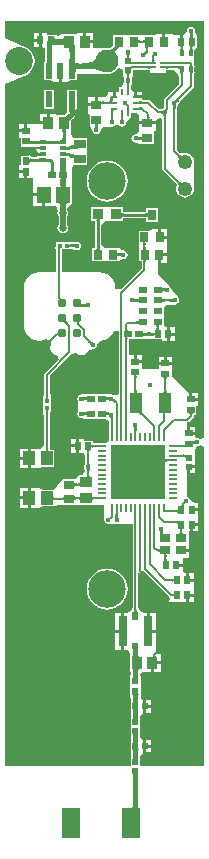
<source format=gtl>
G04*
G04 #@! TF.GenerationSoftware,Altium Limited,Altium Designer,20.2.5 (213)*
G04*
G04 Layer_Physical_Order=1*
G04 Layer_Color=255*
%FSLAX25Y25*%
%MOIN*%
G70*
G04*
G04 #@! TF.SameCoordinates,4658FE5A-7A30-472D-B718-34B1B9A5D075*
G04*
G04*
G04 #@! TF.FilePolarity,Positive*
G04*
G01*
G75*
%ADD10C,0.00787*%
%ADD13C,0.00800*%
%ADD15C,0.01000*%
%ADD17C,0.00600*%
%ADD56C,0.03098*%
%ADD72R,0.04134X0.04528*%
%ADD73R,0.03347X0.02953*%
%ADD74R,0.03937X0.03543*%
%ADD75R,0.03740X0.03740*%
%ADD76R,0.02953X0.03347*%
%ADD77R,0.02756X0.03543*%
%ADD78R,0.02520X0.02362*%
%ADD79R,0.02559X0.02362*%
%ADD80R,0.02362X0.02520*%
%ADD81C,0.04921*%
%ADD82R,0.03543X0.03937*%
%ADD83R,0.02126X0.02165*%
%ADD84R,0.03937X0.07087*%
%ADD85R,0.02264X0.00984*%
%ADD86R,0.00984X0.02264*%
%ADD87O,0.02465X0.00890*%
%ADD88R,0.01378X0.01732*%
%ADD89R,0.01732X0.01378*%
%ADD90R,0.18110X0.18110*%
%ADD91O,0.03150X0.00787*%
%ADD92O,0.00787X0.03150*%
%ADD93R,0.02165X0.02126*%
%ADD94R,0.01870X0.01181*%
%ADD95R,0.03543X0.03150*%
%ADD96R,0.02200X0.05200*%
%ADD97R,0.03150X0.01968*%
%ADD98R,0.01181X0.01968*%
%ADD99R,0.02362X0.02559*%
%ADD100R,0.02362X0.01968*%
%ADD101R,0.03937X0.03150*%
%ADD102R,0.05906X0.10236*%
%ADD103R,0.05118X0.05512*%
%ADD104R,0.02165X0.02756*%
%ADD105R,0.03150X0.10433*%
%ADD106R,0.02165X0.02165*%
%ADD107C,0.01500*%
%ADD108C,0.01700*%
%ADD109C,0.01200*%
%ADD110C,0.07677*%
%ADD111C,0.02400*%
%ADD112C,0.09291*%
%ADD113C,0.12520*%
%ADD114C,0.01772*%
%ADD115C,0.02559*%
G36*
X421213Y329504D02*
X421146Y329480D01*
X421087Y329440D01*
X421035Y329384D01*
X420992Y329312D01*
X420957Y329224D01*
X420929Y329120D01*
X420910Y329001D01*
X420898Y328865D01*
X420894Y328713D01*
X420106D01*
X420102Y328865D01*
X420090Y329001D01*
X420071Y329120D01*
X420043Y329224D01*
X420008Y329312D01*
X419965Y329384D01*
X419913Y329440D01*
X419854Y329480D01*
X419787Y329504D01*
X419713Y329512D01*
X421287D01*
X421213Y329504D01*
D02*
G37*
G36*
X395642Y329124D02*
X395666Y329077D01*
X395706Y329036D01*
X395762Y329000D01*
X395834Y328969D01*
X395922Y328944D01*
X396026Y328925D01*
X396146Y328911D01*
X396282Y328903D01*
X396323Y328902D01*
X396340Y328902D01*
X396824Y328935D01*
X396954Y328955D01*
X397069Y328979D01*
X397167Y329008D01*
X397250Y329041D01*
X397316Y329078D01*
X397367Y329120D01*
Y327880D01*
X397316Y327922D01*
X397250Y327959D01*
X397167Y327992D01*
X397069Y328021D01*
X396954Y328045D01*
X396824Y328065D01*
X396517Y328091D01*
X396278Y328097D01*
X396026Y328075D01*
X395922Y328056D01*
X395834Y328031D01*
X395762Y328000D01*
X395706Y327964D01*
X395666Y327923D01*
X395642Y327876D01*
X395634Y327823D01*
Y329177D01*
X395642Y329124D01*
D02*
G37*
G36*
X420898Y327797D02*
X420910Y327661D01*
X420929Y327541D01*
X420957Y327437D01*
X420992Y327349D01*
X421035Y327277D01*
X421087Y327221D01*
X421146Y327181D01*
X421213Y327157D01*
X421287Y327149D01*
X419713D01*
X419787Y327157D01*
X419854Y327181D01*
X419913Y327221D01*
X419965Y327277D01*
X420008Y327349D01*
X420043Y327437D01*
X420071Y327541D01*
X420090Y327661D01*
X420102Y327797D01*
X420106Y327949D01*
X420894D01*
X420898Y327797D01*
D02*
G37*
G36*
X392713Y327826D02*
X392646Y327802D01*
X392587Y327762D01*
X392535Y327706D01*
X392492Y327634D01*
X392457Y327546D01*
X392429Y327442D01*
X392409Y327322D01*
X392398Y327187D01*
X392394Y327036D01*
X391606D01*
X391604Y327185D01*
X391585Y327437D01*
X391568Y327540D01*
X391546Y327626D01*
X391520Y327697D01*
X391489Y327752D01*
X391453Y327792D01*
X391412Y327815D01*
X391366Y327823D01*
X392787Y327835D01*
X392713Y327826D01*
D02*
G37*
G36*
X421213Y323843D02*
X421146Y323819D01*
X421087Y323779D01*
X421035Y323723D01*
X420992Y323651D01*
X420957Y323563D01*
X420929Y323459D01*
X420910Y323339D01*
X420898Y323203D01*
X420894Y323051D01*
X420106D01*
X420102Y323203D01*
X420090Y323339D01*
X420071Y323459D01*
X420043Y323563D01*
X420008Y323651D01*
X419965Y323723D01*
X419913Y323779D01*
X419854Y323819D01*
X419787Y323843D01*
X419713Y323851D01*
X421287D01*
X421213Y323843D01*
D02*
G37*
G36*
X426433Y314500D02*
X426457Y314432D01*
X426497Y314372D01*
X426553Y314320D01*
X426625Y314276D01*
X426713Y314240D01*
X426817Y314212D01*
X426853Y314206D01*
X426905Y314210D01*
X427036Y314229D01*
X427150Y314251D01*
X427250Y314279D01*
X427333Y314310D01*
X427401Y314345D01*
X427454Y314385D01*
X427400Y313146D01*
X427351Y313190D01*
X427285Y313229D01*
X427204Y313263D01*
X427107Y313293D01*
X426993Y313319D01*
X426864Y313339D01*
X426830Y313343D01*
X426817Y313340D01*
X426713Y313312D01*
X426625Y313276D01*
X426553Y313232D01*
X426497Y313180D01*
X426457Y313120D01*
X426433Y313052D01*
X426425Y312976D01*
Y313370D01*
X426187Y313376D01*
X426226Y314176D01*
X426419Y314178D01*
X426425Y314179D01*
Y314576D01*
X426433Y314500D01*
D02*
G37*
G36*
X418587Y309472D02*
X418579Y309548D01*
X418554Y309616D01*
X418514Y309676D01*
X418457Y309728D01*
X418384Y309772D01*
X418295Y309808D01*
X418189Y309836D01*
X418067Y309856D01*
X418019Y309860D01*
X417676Y309836D01*
X417546Y309817D01*
X417431Y309792D01*
X417333Y309764D01*
X417250Y309731D01*
X417184Y309693D01*
X417133Y309652D01*
Y310892D01*
X417184Y310850D01*
X417250Y310812D01*
X417333Y310780D01*
X417431Y310751D01*
X417546Y310727D01*
X417676Y310707D01*
X417983Y310681D01*
X417984Y310680D01*
X418067Y310688D01*
X418189Y310708D01*
X418295Y310736D01*
X418384Y310772D01*
X418457Y310816D01*
X418514Y310868D01*
X418554Y310928D01*
X418579Y310996D01*
X418587Y311072D01*
Y309472D01*
D02*
G37*
G36*
X429930Y309662D02*
X429879Y309703D01*
X429812Y309740D01*
X429729Y309773D01*
X429631Y309801D01*
X429516Y309825D01*
X429386Y309845D01*
X429079Y309871D01*
X428708Y309879D01*
X428700Y310679D01*
X428894Y310682D01*
X429378Y310715D01*
X429508Y310735D01*
X429622Y310759D01*
X429720Y310788D01*
X429802Y310822D01*
X429869Y310859D01*
X429920Y310902D01*
X429930Y309662D01*
D02*
G37*
G36*
X426433Y311003D02*
X426457Y310935D01*
X426497Y310875D01*
X426553Y310823D01*
X426625Y310779D01*
X426713Y310743D01*
X426817Y310715D01*
X426937Y310695D01*
X427073Y310683D01*
X427225Y310679D01*
Y309879D01*
X427073Y309875D01*
X426937Y309863D01*
X426817Y309843D01*
X426713Y309815D01*
X426625Y309779D01*
X426553Y309735D01*
X426497Y309683D01*
X426457Y309623D01*
X426433Y309555D01*
X426425Y309479D01*
Y311079D01*
X426433Y311003D01*
D02*
G37*
G36*
X399539Y309256D02*
X399554Y309194D01*
X399585Y309140D01*
X399632Y309092D01*
X399694Y309052D01*
X399772Y309019D01*
X399865Y308994D01*
X399974Y308976D01*
X400099Y308965D01*
X400118Y308964D01*
X400590Y308997D01*
X400720Y309018D01*
X400834Y309043D01*
X400933Y309072D01*
X401017Y309106D01*
X401084Y309144D01*
X401137Y309188D01*
X401137Y307947D01*
X401084Y307990D01*
X401017Y308029D01*
X400933Y308063D01*
X400834Y308092D01*
X400720Y308117D01*
X400590Y308137D01*
X400282Y308165D01*
X399913Y308174D01*
Y308566D01*
X399588Y308174D01*
X399588D01*
X399182Y308156D01*
X398874Y308136D01*
X398788Y308122D01*
X398647Y308088D01*
X398591Y308068D01*
X399539Y309326D01*
X399539Y309256D01*
D02*
G37*
G36*
X394455Y303943D02*
X394447Y303854D01*
X394452Y303763D01*
X394469Y303671D01*
X394500Y303578D01*
X394544Y303483D01*
X394600Y303386D01*
X394670Y303288D01*
X394752Y303188D01*
X394848Y303087D01*
X394259Y302562D01*
X394158Y302658D01*
X394058Y302742D01*
X393960Y302813D01*
X393862Y302873D01*
X393766Y302921D01*
X393671Y302957D01*
X393577Y302980D01*
X393484Y302993D01*
X393393Y302993D01*
X393302Y302981D01*
X394476Y304030D01*
X394455Y303943D01*
D02*
G37*
G36*
X398696Y303111D02*
X398674Y303083D01*
X398654Y303046D01*
X398637Y302999D01*
X398623Y302944D01*
X398611Y302879D01*
X398602Y302805D01*
X398591Y302629D01*
X398590Y302526D01*
X397990D01*
X397989Y302606D01*
X397976Y302740D01*
X397965Y302796D01*
X397951Y302843D01*
X397934Y302882D01*
X397914Y302914D01*
X397890Y302937D01*
X397864Y302952D01*
X397834Y302960D01*
X398721Y303129D01*
X398696Y303111D01*
D02*
G37*
G36*
X418575Y302213D02*
X418567Y302258D01*
X418543Y302298D01*
X418504Y302333D01*
X418449Y302364D01*
X418378Y302390D01*
X418292Y302412D01*
X418189Y302428D01*
X418071Y302440D01*
X417788Y302449D01*
Y303237D01*
X417939Y303241D01*
X418074Y303253D01*
X418194Y303272D01*
X418298Y303300D01*
X418386Y303335D01*
X418458Y303379D01*
X418514Y303430D01*
X418554Y303489D01*
X418578Y303556D01*
X418587Y303630D01*
X418575Y302213D01*
D02*
G37*
G36*
X425586Y302217D02*
X425518Y302192D01*
X425458Y302152D01*
X425406Y302095D01*
X425362Y302022D01*
X425326Y301933D01*
X425298Y301827D01*
X425278Y301705D01*
X425266Y301567D01*
X425262Y301413D01*
X424462D01*
X424458Y301567D01*
X424446Y301705D01*
X424426Y301827D01*
X424398Y301933D01*
X424362Y302022D01*
X424318Y302095D01*
X424266Y302152D01*
X424206Y302192D01*
X424138Y302217D01*
X424062Y302225D01*
X425662D01*
X425586Y302217D01*
D02*
G37*
G36*
X425266Y300894D02*
X425278Y300756D01*
X425298Y300634D01*
X425326Y300528D01*
X425362Y300439D01*
X425406Y300366D01*
X425458Y300309D01*
X425518Y300268D01*
X425586Y300244D01*
X425662Y300236D01*
X424062D01*
X424138Y300244D01*
X424206Y300268D01*
X424266Y300309D01*
X424318Y300366D01*
X424362Y300439D01*
X424398Y300528D01*
X424426Y300634D01*
X424446Y300756D01*
X424458Y300894D01*
X424462Y301048D01*
X425262D01*
X425266Y300894D01*
D02*
G37*
G36*
X414811Y300794D02*
X414823Y300659D01*
X414843Y300539D01*
X414870Y300435D01*
X414906Y300348D01*
X414949Y300276D01*
X415000Y300219D01*
X415059Y300179D01*
X415126Y300155D01*
X415201Y300146D01*
X413868Y300158D01*
X413897Y300166D01*
X413923Y300189D01*
X413945Y300229D01*
X413965Y300284D01*
X413982Y300355D01*
X413996Y300442D01*
X414006Y300544D01*
X414018Y300796D01*
X414020Y300945D01*
X414807D01*
X414811Y300794D01*
D02*
G37*
G36*
X423831Y298100D02*
X423823Y298177D01*
X423799Y298245D01*
X423759Y298305D01*
X423703Y298357D01*
X423631Y298400D01*
X423543Y298436D01*
X423439Y298464D01*
X423329Y298483D01*
X423073Y298465D01*
X422943Y298446D01*
X422829Y298421D01*
X422730Y298393D01*
X422648Y298360D01*
X422581Y298322D01*
X422530Y298280D01*
Y299521D01*
X422581Y299479D01*
X422648Y299441D01*
X422730Y299408D01*
X422829Y299380D01*
X422943Y299356D01*
X423073Y299336D01*
X423308Y299316D01*
X423319Y299317D01*
X423439Y299337D01*
X423543Y299364D01*
X423631Y299400D01*
X423703Y299445D01*
X423759Y299497D01*
X423799Y299556D01*
X423823Y299624D01*
X423831Y299700D01*
Y298100D01*
D02*
G37*
G36*
X419954Y299613D02*
X419978Y299546D01*
X420017Y299487D01*
X420072Y299436D01*
X420143Y299393D01*
X420230Y299357D01*
X420332Y299330D01*
X420443Y299311D01*
X420718Y299330D01*
X420848Y299351D01*
X420962Y299376D01*
X421061Y299405D01*
X421145Y299439D01*
X421212Y299478D01*
X421265Y299521D01*
Y298280D01*
X421212Y298323D01*
X421145Y298362D01*
X421061Y298396D01*
X420962Y298425D01*
X420848Y298450D01*
X420718Y298471D01*
X420468Y298493D01*
X420450Y298491D01*
X420332Y298471D01*
X420230Y298444D01*
X420143Y298408D01*
X420072Y298365D01*
X420017Y298314D01*
X419978Y298255D01*
X419954Y298188D01*
X419946Y298113D01*
Y299688D01*
X419954Y299613D01*
D02*
G37*
G36*
X415063Y297823D02*
X414996Y297799D01*
X414937Y297758D01*
X414886Y297702D01*
X414843Y297630D01*
X414807Y297542D01*
X414780Y297439D01*
X414760Y297319D01*
X414748Y297184D01*
X414744Y297032D01*
X413957D01*
X413956Y297182D01*
X413925Y297694D01*
X413913Y297749D01*
X413900Y297788D01*
X413885Y297812D01*
X413868Y297820D01*
X415138Y297832D01*
X415063Y297823D01*
D02*
G37*
G36*
X440500Y264367D02*
X439000Y263912D01*
X438971Y263955D01*
X438513Y264261D01*
X437972Y264369D01*
X437464Y264785D01*
Y265413D01*
X435205D01*
Y265913D01*
X434704D01*
Y268094D01*
X434671D01*
X434657Y269589D01*
X435006Y269658D01*
X435302Y269856D01*
X436644Y271198D01*
X436842Y271494D01*
X436887Y271722D01*
X436935Y271829D01*
X436938Y271959D01*
X436946Y272054D01*
X436951Y272087D01*
X437760D01*
Y275051D01*
X438260D01*
Y276732D01*
X436000D01*
Y277232D01*
X435500D01*
Y279413D01*
X435500Y279413D01*
X435500D01*
X429760Y285154D01*
Y287051D01*
Y288732D01*
X425240D01*
Y287551D01*
X419760D01*
Y289232D01*
X417500D01*
Y289732D01*
X417000D01*
Y291913D01*
X415262D01*
Y296966D01*
X415285Y297018D01*
X415289Y297153D01*
X415297Y297251D01*
X415307Y297308D01*
X420458D01*
Y297308D01*
X421897Y297487D01*
X423319Y297240D01*
X423319Y297240D01*
X426284D01*
Y296740D01*
X427965D01*
Y299000D01*
Y301357D01*
X426937Y301701D01*
X426937Y302489D01*
X426937Y304669D01*
X426937Y306169D01*
X426937Y308213D01*
X428163Y308874D01*
X430558D01*
X431098Y308982D01*
X431557Y309288D01*
X431863Y309747D01*
X431971Y310287D01*
X431863Y310828D01*
X431557Y311286D01*
X431513Y311315D01*
X429685Y313863D01*
X429058Y314737D01*
X428940Y314816D01*
Y314816D01*
X428940Y314816D01*
X428799Y314996D01*
X428799Y314996D01*
X428799D01*
X424862Y318933D01*
Y322827D01*
X424862D01*
X424862Y322827D01*
Y325500D01*
X425362D01*
Y326000D01*
X427839D01*
Y327029D01*
X427937Y328488D01*
X427937Y329632D01*
Y330760D01*
X425559D01*
Y331260D01*
X425059D01*
Y334032D01*
X423612D01*
X423181Y334032D01*
X421888Y333531D01*
X421681Y333531D01*
X418563D01*
Y328988D01*
X418563D01*
X418661Y327673D01*
X418661Y327673D01*
Y323327D01*
X419544D01*
X419553Y323272D01*
X419562Y323173D01*
X419565Y323037D01*
X419589Y322985D01*
Y320877D01*
X412715Y314003D01*
X411118Y314071D01*
X410720Y314500D01*
X410542Y315851D01*
X410020Y317110D01*
X409191Y318191D01*
X408110Y319021D01*
X406851Y319542D01*
X405500Y319720D01*
X392911D01*
Y326969D01*
X392935Y327022D01*
X392938Y327156D01*
X392947Y327255D01*
X392956Y327311D01*
X395514D01*
X395552Y327288D01*
X395613Y327290D01*
X395634Y327282D01*
X396146Y327311D01*
X397587Y327169D01*
X398000Y327087D01*
X398541Y327195D01*
X398999Y327501D01*
X399305Y327959D01*
X399413Y328500D01*
X399305Y329041D01*
X398999Y329499D01*
X398541Y329805D01*
X398000Y329913D01*
X397587Y329831D01*
X396146Y329689D01*
X395634Y329718D01*
X395613Y329710D01*
X395552Y329712D01*
X395514Y329689D01*
X390854D01*
X390854Y327949D01*
X390833Y327915D01*
X390835Y327844D01*
X390825Y327818D01*
X390854Y327311D01*
X391089Y325826D01*
Y319720D01*
X385500D01*
X384149Y319542D01*
X382890Y319021D01*
X381809Y318191D01*
X380979Y317110D01*
X380458Y315851D01*
X380280Y314500D01*
Y302000D01*
X380458Y300649D01*
X380979Y299390D01*
X381809Y298309D01*
X382890Y297480D01*
X384149Y296958D01*
X385500Y296780D01*
X386851Y296958D01*
X387674Y297299D01*
X388626Y296877D01*
X388656Y296907D01*
X388698Y296845D01*
X388903Y296754D01*
X389234Y296452D01*
X389350Y295693D01*
X389192Y295456D01*
X389191Y295456D01*
X389133Y295163D01*
X389001Y294500D01*
X389191Y293544D01*
X389733Y292733D01*
X390544Y292191D01*
X391233Y292054D01*
X391674Y291250D01*
X391840Y290539D01*
X387356Y286055D01*
X387158Y285760D01*
X387089Y285411D01*
Y278581D01*
X387065Y278527D01*
X387063Y278389D01*
X387056Y278282D01*
X387051Y278241D01*
X386811Y278241D01*
X386782Y277729D01*
X386790Y277710D01*
X386788Y277651D01*
X386811Y277611D01*
Y274450D01*
X386811Y273579D01*
X386788Y273540D01*
X386790Y273481D01*
X386782Y273462D01*
X386811Y272950D01*
X387089Y271466D01*
Y261840D01*
X387023Y261673D01*
X385593Y260716D01*
X385579Y260717D01*
X385213Y260858D01*
X383995Y260858D01*
X382646D01*
Y257594D01*
Y254331D01*
X383995D01*
X385213Y254331D01*
X386506Y254831D01*
X390421D01*
Y260358D01*
X388956D01*
X388947Y260413D01*
X388938Y260512D01*
X388935Y260648D01*
X388911Y260700D01*
Y272610D01*
X388935Y272664D01*
X388937Y272802D01*
X388944Y272908D01*
X388949Y272950D01*
X389189Y272950D01*
X389218Y273462D01*
X389210Y273481D01*
X389212Y273540D01*
X389189Y273579D01*
Y276741D01*
X389189Y277611D01*
X389212Y277651D01*
X389210Y277710D01*
X389218Y277729D01*
X389189Y278241D01*
X388911Y279725D01*
Y285034D01*
X396144Y292267D01*
X396192Y292339D01*
X397232Y292605D01*
X397879Y292636D01*
X398544Y292191D01*
X399500Y292001D01*
X400456Y292191D01*
X401267Y292733D01*
X401809Y293544D01*
X403259Y294070D01*
X403800Y294178D01*
X404258Y294484D01*
X404565Y294943D01*
X404672Y295483D01*
X404950Y295919D01*
X405603Y296685D01*
X405819Y296822D01*
X406851Y296958D01*
X408110Y297480D01*
X409191Y298309D01*
X410020Y299390D01*
X410364Y300220D01*
X411864Y299922D01*
Y279156D01*
X411009Y278744D01*
X410364Y278589D01*
X410041Y278805D01*
X409500Y278913D01*
X408051Y279181D01*
Y279181D01*
X400949D01*
Y279181D01*
X399500Y278913D01*
X398959Y278805D01*
X398501Y278499D01*
X398195Y278041D01*
X398087Y277500D01*
X398186Y277000D01*
Y273000D01*
X398087Y272500D01*
X398195Y271959D01*
X398501Y271501D01*
X398959Y271195D01*
X399500Y271087D01*
X400949Y270819D01*
Y270819D01*
X407400D01*
X408277Y270397D01*
X408708Y269591D01*
Y265986D01*
X408715Y265954D01*
Y263775D01*
X408607Y263582D01*
X408170Y263117D01*
X407705Y262680D01*
X407512Y262573D01*
X406509D01*
X406476Y262579D01*
X403768D01*
X403716Y262602D01*
X403580Y262606D01*
X403482Y262615D01*
X403413Y262626D01*
Y263528D01*
X400449D01*
Y264028D01*
X398768D01*
Y261768D01*
Y259508D01*
X400449D01*
X400821Y258162D01*
Y256655D01*
X400798Y256602D01*
X400789Y256250D01*
X400765Y255978D01*
X400750Y255881D01*
X400733Y255802D01*
X400716Y255748D01*
X400707Y255724D01*
X400695Y255709D01*
X400690Y255694D01*
X400685Y255684D01*
X400683Y255671D01*
X400675Y255644D01*
X400427Y255273D01*
X400319Y254732D01*
X400427Y254192D01*
X400674Y253822D01*
X400680Y253803D01*
X400682Y253784D01*
X400689Y253771D01*
X400694Y253757D01*
X400703Y253745D01*
X400712Y253723D01*
X400728Y253669D01*
X400745Y253590D01*
X400759Y253497D01*
X400763Y253429D01*
X400009Y252256D01*
X399929Y252175D01*
X398532Y251929D01*
Y251929D01*
X397542Y250839D01*
X394764D01*
X393327Y250839D01*
X393327Y250839D01*
X393268Y250831D01*
Y250831D01*
X392405Y249721D01*
X390421Y247169D01*
X386506D01*
X385213Y247669D01*
X383995Y247669D01*
X382646D01*
Y244406D01*
Y241142D01*
X383995D01*
X385213Y241142D01*
X386506Y241642D01*
X390421D01*
X391927Y241921D01*
X393327Y242161D01*
X393327Y242161D01*
X393327Y242161D01*
X397673D01*
Y242161D01*
X398532Y242071D01*
Y242071D01*
X399136Y242071D01*
X407000D01*
Y237311D01*
X407087Y237224D01*
X407195Y236684D01*
X407501Y236225D01*
X407959Y235919D01*
X408500Y235811D01*
X416589D01*
Y208101D01*
X415917Y206778D01*
X414650Y206217D01*
X413768D01*
Y200000D01*
Y193783D01*
X414486D01*
X414889Y193737D01*
X415767Y192432D01*
X415571Y191969D01*
X415542Y191459D01*
X415548Y191444D01*
X415545Y191393D01*
X415571Y191347D01*
Y187653D01*
X415545Y187607D01*
X415548Y187556D01*
X415542Y187541D01*
X415571Y187031D01*
X416088Y185877D01*
X415819Y184879D01*
X415790Y184367D01*
X415801Y184339D01*
X415799Y184267D01*
X415819Y184236D01*
X415819Y181910D01*
X415819Y180410D01*
Y179088D01*
X415799Y179058D01*
X415801Y178986D01*
X415790Y178958D01*
X415819Y178446D01*
X416087Y177397D01*
X415917Y176471D01*
X415888Y175959D01*
X415906Y175917D01*
X415904Y175830D01*
X415917Y175811D01*
Y174005D01*
X415904Y173987D01*
X415906Y173899D01*
X415888Y173857D01*
X415917Y173345D01*
X416101Y172361D01*
X415937Y171390D01*
X415908Y170878D01*
X415927Y170832D01*
X415926Y170741D01*
X415937Y170726D01*
Y165819D01*
X415926Y165803D01*
X415927Y165713D01*
X415908Y165666D01*
X415937Y165154D01*
X416101Y164201D01*
X415917Y163199D01*
X415888Y162687D01*
X415906Y162645D01*
X415904Y162558D01*
X415917Y162539D01*
Y160733D01*
X415904Y160714D01*
X415906Y160627D01*
X415888Y160585D01*
X415917Y160073D01*
X416101Y159089D01*
X415937Y158118D01*
X415908Y157606D01*
X415927Y157560D01*
X415926Y157469D01*
X415937Y157454D01*
Y155000D01*
X374000D01*
Y382424D01*
X381241Y385497D01*
X382316Y386322D01*
X383140Y387397D01*
X383659Y388649D01*
X383836Y389992D01*
X383659Y391335D01*
X383140Y392587D01*
X382316Y393662D01*
X381241Y394487D01*
X381210Y394500D01*
Y394500D01*
X374000Y397574D01*
Y403500D01*
X440500D01*
Y264367D01*
D02*
G37*
G36*
X402262Y296909D02*
X402513Y296694D01*
X402632Y296607D01*
X402746Y296534D01*
X402856Y296474D01*
X402961Y296427D01*
X403062Y296394D01*
X403158Y296375D01*
X403250Y296369D01*
X402373Y295492D01*
X402367Y295584D01*
X402348Y295680D01*
X402315Y295781D01*
X402269Y295886D01*
X402209Y295996D01*
X402135Y296111D01*
X402048Y296229D01*
X401834Y296480D01*
X401706Y296612D01*
X402130Y297037D01*
X402262Y296909D01*
D02*
G37*
G36*
X418213Y285091D02*
X418146Y285067D01*
X418087Y285028D01*
X418035Y284973D01*
X417992Y284902D01*
X417957Y284815D01*
X417929Y284713D01*
X417909Y284595D01*
X417898Y284461D01*
X417894Y284311D01*
X417106D01*
X417102Y284461D01*
X417091Y284595D01*
X417071Y284713D01*
X417043Y284815D01*
X417008Y284902D01*
X416965Y284973D01*
X416913Y285028D01*
X416854Y285067D01*
X416787Y285091D01*
X416713Y285099D01*
X418287D01*
X418213Y285091D01*
D02*
G37*
G36*
X428134Y284591D02*
X428067Y284567D01*
X428008Y284528D01*
X427957Y284473D01*
X427913Y284402D01*
X427878Y284315D01*
X427850Y284213D01*
X427831Y284095D01*
X427819Y283961D01*
X427815Y283811D01*
X427028D01*
X427024Y283961D01*
X427012Y284095D01*
X426992Y284213D01*
X426965Y284315D01*
X426929Y284402D01*
X426886Y284473D01*
X426835Y284528D01*
X426776Y284567D01*
X426709Y284591D01*
X426634Y284599D01*
X428209D01*
X428134Y284591D01*
D02*
G37*
G36*
X427819Y280167D02*
X427831Y280031D01*
X427850Y279911D01*
X427878Y279807D01*
X427913Y279719D01*
X427957Y279647D01*
X428008Y279591D01*
X428067Y279551D01*
X428134Y279527D01*
X428209Y279519D01*
X426634D01*
X426709Y279527D01*
X426776Y279551D01*
X426835Y279591D01*
X426886Y279647D01*
X426929Y279719D01*
X426965Y279807D01*
X426992Y279911D01*
X427012Y280031D01*
X427024Y280167D01*
X427028Y280319D01*
X427815D01*
X427819Y280167D01*
D02*
G37*
G36*
X417898D02*
X417909Y280031D01*
X417929Y279911D01*
X417957Y279807D01*
X417992Y279719D01*
X418035Y279647D01*
X418087Y279591D01*
X418146Y279551D01*
X418213Y279527D01*
X418287Y279519D01*
X416713D01*
X416787Y279527D01*
X416854Y279551D01*
X416913Y279591D01*
X416965Y279647D01*
X417008Y279719D01*
X417043Y279807D01*
X417071Y279911D01*
X417091Y280031D01*
X417102Y280167D01*
X417106Y280319D01*
X417894D01*
X417898Y280167D01*
D02*
G37*
G36*
X401461Y276700D02*
X401453Y276776D01*
X401429Y276844D01*
X401389Y276904D01*
X401333Y276956D01*
X401261Y277000D01*
X401173Y277036D01*
X401069Y277064D01*
X400951Y277084D01*
X400676Y277065D01*
X400546Y277045D01*
X400431Y277021D01*
X400333Y276992D01*
X400250Y276959D01*
X400184Y276922D01*
X400133Y276880D01*
Y278120D01*
X400184Y278078D01*
X400250Y278041D01*
X400333Y278008D01*
X400431Y277979D01*
X400546Y277955D01*
X400676Y277935D01*
X400924Y277914D01*
X400949Y277916D01*
X401069Y277936D01*
X401173Y277964D01*
X401261Y278000D01*
X401333Y278044D01*
X401389Y278096D01*
X401429Y278156D01*
X401453Y278224D01*
X401461Y278300D01*
Y276700D01*
D02*
G37*
G36*
X388397Y278367D02*
X388419Y278115D01*
X388439Y278012D01*
X388464Y277926D01*
X388496Y277855D01*
X388532Y277800D01*
X388575Y277761D01*
X388623Y277737D01*
X388677Y277729D01*
X387323D01*
X387377Y277737D01*
X387425Y277761D01*
X387468Y277800D01*
X387504Y277855D01*
X387536Y277926D01*
X387561Y278012D01*
X387581Y278115D01*
X387595Y278233D01*
X387603Y278367D01*
X387606Y278516D01*
X388394D01*
X388397Y278367D01*
D02*
G37*
G36*
X407535Y278224D02*
X407560Y278156D01*
X407600Y278096D01*
X407657Y278044D01*
X407730Y278000D01*
X407820Y277964D01*
X407925Y277936D01*
X408045Y277916D01*
X408324Y277935D01*
X408454Y277955D01*
X408568Y277979D01*
X408667Y278008D01*
X408749Y278041D01*
X408816Y278078D01*
X408867Y278120D01*
Y276880D01*
X408816Y276922D01*
X408749Y276959D01*
X408667Y276992D01*
X408568Y277021D01*
X408454Y277045D01*
X408324Y277065D01*
X408074Y277086D01*
X408047Y277084D01*
X407925Y277064D01*
X407820Y277036D01*
X407730Y277000D01*
X407657Y276956D01*
X407600Y276904D01*
X407560Y276844D01*
X407535Y276776D01*
X407527Y276700D01*
Y278300D01*
X407535Y278224D01*
D02*
G37*
G36*
X410386Y277618D02*
X410416Y277551D01*
X410460Y277474D01*
X410517Y277389D01*
X410671Y277192D01*
X410877Y276960D01*
X411136Y276693D01*
X410708Y275989D01*
X410569Y276124D01*
X410203Y276435D01*
X410098Y276508D01*
X410001Y276565D01*
X409911Y276606D01*
X409831Y276631D01*
X409759Y276642D01*
X409695Y276636D01*
X410368Y277677D01*
X410386Y277618D01*
D02*
G37*
G36*
X401461Y271700D02*
X401453Y271776D01*
X401429Y271844D01*
X401389Y271904D01*
X401333Y271956D01*
X401261Y272000D01*
X401173Y272036D01*
X401069Y272064D01*
X400951Y272084D01*
X400676Y272065D01*
X400546Y272045D01*
X400431Y272021D01*
X400333Y271992D01*
X400250Y271959D01*
X400184Y271922D01*
X400133Y271880D01*
Y273120D01*
X400184Y273078D01*
X400250Y273041D01*
X400333Y273008D01*
X400431Y272979D01*
X400546Y272955D01*
X400676Y272935D01*
X400924Y272914D01*
X400949Y272916D01*
X401069Y272936D01*
X401173Y272964D01*
X401261Y273000D01*
X401333Y273044D01*
X401389Y273096D01*
X401429Y273156D01*
X401453Y273224D01*
X401461Y273300D01*
Y271700D01*
D02*
G37*
G36*
X388623Y273454D02*
X388575Y273430D01*
X388532Y273391D01*
X388496Y273336D01*
X388464Y273265D01*
X388439Y273178D01*
X388419Y273076D01*
X388405Y272958D01*
X388397Y272824D01*
X388394Y272674D01*
X387606D01*
X387603Y272824D01*
X387581Y273076D01*
X387561Y273178D01*
X387536Y273265D01*
X387504Y273336D01*
X387468Y273391D01*
X387425Y273430D01*
X387377Y273454D01*
X387323Y273462D01*
X388677D01*
X388623Y273454D01*
D02*
G37*
G36*
X419482Y273576D02*
X419463Y273503D01*
X419466Y273418D01*
X419490Y273323D01*
X419536Y273217D01*
X419604Y273100D01*
X419693Y272973D01*
X419805Y272834D01*
X420092Y272525D01*
X419592Y271912D01*
X419427Y272072D01*
X419132Y272322D01*
X419003Y272413D01*
X418886Y272482D01*
X418781Y272527D01*
X418687Y272550D01*
X418606Y272550D01*
X418536Y272527D01*
X418478Y272481D01*
X419523Y273639D01*
X419482Y273576D01*
D02*
G37*
G36*
X436687Y272603D02*
X436626Y272580D01*
X436571Y272541D01*
X436524Y272488D01*
X436484Y272419D01*
X436452Y272334D01*
X436426Y272234D01*
X436408Y272119D01*
X436397Y271989D01*
X436394Y271843D01*
X435606D01*
X435603Y271989D01*
X435592Y272119D01*
X435574Y272234D01*
X435548Y272334D01*
X435516Y272419D01*
X435476Y272488D01*
X435429Y272541D01*
X435374Y272580D01*
X435313Y272603D01*
X435244Y272611D01*
X436756D01*
X436687Y272603D01*
D02*
G37*
G36*
X407535Y273186D02*
X407560Y273118D01*
X407600Y273058D01*
X407657Y273006D01*
X407730Y272962D01*
X407820Y272926D01*
X407925Y272898D01*
X408027Y272881D01*
X408574Y272917D01*
X408653Y272933D01*
X408715Y272952D01*
X408760Y272973D01*
X408436Y271796D01*
X408399Y271847D01*
X408345Y271892D01*
X408273Y271932D01*
X408183Y271966D01*
X408076Y271996D01*
X407952Y272020D01*
X407917Y272024D01*
X407820Y271998D01*
X407730Y271962D01*
X407657Y271918D01*
X407600Y271866D01*
X407560Y271806D01*
X407535Y271738D01*
X407527Y271662D01*
Y272056D01*
X407475Y272060D01*
X407282Y272062D01*
X407527Y272794D01*
Y273262D01*
X407535Y273186D01*
D02*
G37*
G36*
X427713Y272473D02*
X427646Y272449D01*
X427587Y272409D01*
X427535Y272353D01*
X427492Y272281D01*
X427457Y272193D01*
X427429Y272089D01*
X427410Y271969D01*
X427398Y271833D01*
X427394Y271681D01*
X426606D01*
X426602Y271833D01*
X426590Y271969D01*
X426571Y272089D01*
X426543Y272193D01*
X426508Y272281D01*
X426465Y272353D01*
X426413Y272409D01*
X426354Y272449D01*
X426287Y272473D01*
X426213Y272481D01*
X427787D01*
X427713Y272473D01*
D02*
G37*
G36*
X410026Y270366D02*
X409226Y270266D01*
X409223Y270460D01*
X409183Y270932D01*
X409159Y271051D01*
X409130Y271152D01*
X409095Y271234D01*
X409055Y271297D01*
X409010Y271341D01*
X408959Y271367D01*
X410015Y271830D01*
X410026Y270366D01*
D02*
G37*
G36*
X418065Y267975D02*
X418029Y267905D01*
X417997Y267820D01*
X417970Y267720D01*
X417946Y267605D01*
X417928Y267474D01*
X417902Y267165D01*
X417894Y266796D01*
X417106Y266746D01*
X417104Y266939D01*
X417068Y267422D01*
X417046Y267551D01*
X417020Y267664D01*
X416989Y267762D01*
X416953Y267843D01*
X416912Y267909D01*
X416867Y267959D01*
X418105Y268029D01*
X418065Y267975D01*
D02*
G37*
G36*
X436460Y263563D02*
X436484Y263514D01*
X436524Y263471D01*
X436580Y263434D01*
X436652Y263402D01*
X436740Y263376D01*
X436787Y263367D01*
X436913Y263387D01*
X437027Y263412D01*
X437124Y263441D01*
X437206Y263475D01*
X437272Y263514D01*
X437322Y263557D01*
X437358Y262317D01*
X437306Y262358D01*
X437238Y262394D01*
X437155Y262426D01*
X437056Y262454D01*
X436941Y262477D01*
X436834Y262492D01*
X436734Y262466D01*
X436645Y262430D01*
X436572Y262386D01*
X436515Y262334D01*
X436474Y262274D01*
X436449Y262206D01*
X436440Y262130D01*
X436444Y262523D01*
X436132Y262530D01*
X436106Y263330D01*
X436300Y263332D01*
X436450Y263343D01*
X436452Y263618D01*
X436460Y263563D01*
D02*
G37*
G36*
X433957Y261280D02*
X433169Y261268D01*
Y262055D01*
X433320Y262059D01*
X433456Y262071D01*
X433575Y262090D01*
X433679Y262118D01*
X433767Y262154D01*
X433839Y262197D01*
X433895Y262248D01*
X433935Y262307D01*
X433960Y262374D01*
X433969Y262449D01*
X433957Y261280D01*
D02*
G37*
G36*
X402909Y262385D02*
X402933Y262317D01*
X402973Y262257D01*
X403029Y262205D01*
X403101Y262161D01*
X403189Y262125D01*
X403293Y262097D01*
X403413Y262077D01*
X403549Y262065D01*
X403701Y262061D01*
Y261261D01*
X403549Y261257D01*
X403413Y261245D01*
X403293Y261225D01*
X403189Y261197D01*
X403101Y261161D01*
X403029Y261117D01*
X402973Y261065D01*
X402933Y261005D01*
X402909Y260937D01*
X402901Y260861D01*
Y262461D01*
X402909Y262385D01*
D02*
G37*
G36*
X388398Y260482D02*
X388409Y260346D01*
X388429Y260226D01*
X388457Y260122D01*
X388492Y260034D01*
X388535Y259962D01*
X388587Y259906D01*
X388646Y259866D01*
X388713Y259842D01*
X388787Y259834D01*
X387213D01*
X387287Y259842D01*
X387354Y259866D01*
X387413Y259906D01*
X387465Y259962D01*
X387508Y260034D01*
X387543Y260122D01*
X387571Y260226D01*
X387591Y260346D01*
X387602Y260482D01*
X387606Y260634D01*
X388394D01*
X388398Y260482D01*
D02*
G37*
G36*
X402445Y260524D02*
X402378Y260500D01*
X402319Y260460D01*
X402268Y260404D01*
X402224Y260332D01*
X402189Y260244D01*
X402161Y260140D01*
X402142Y260020D01*
X402130Y259884D01*
X402126Y259733D01*
X401339D01*
X401335Y259884D01*
X401323Y260020D01*
X401303Y260140D01*
X401276Y260244D01*
X401240Y260332D01*
X401197Y260404D01*
X401146Y260460D01*
X401087Y260500D01*
X401020Y260524D01*
X400945Y260532D01*
X402520D01*
X402445Y260524D01*
D02*
G37*
G36*
X434181Y258893D02*
X434193Y257724D01*
X434185Y257799D01*
X434160Y257866D01*
X434120Y257925D01*
X434063Y257976D01*
X433991Y258020D01*
X433904Y258055D01*
X433800Y258083D01*
X433680Y258102D01*
X433545Y258114D01*
X433394Y258118D01*
Y258906D01*
X434181Y258893D01*
D02*
G37*
G36*
X427327Y257661D02*
X427351Y257593D01*
X427392Y257533D01*
X427448Y257481D01*
X427522Y257437D01*
X427611Y257401D01*
X427716Y257373D01*
X427838Y257353D01*
X427976Y257341D01*
X428130Y257337D01*
Y256537D01*
X427976Y256533D01*
X427838Y256521D01*
X427716Y256501D01*
X427611Y256473D01*
X427522Y256437D01*
X427448Y256393D01*
X427392Y256341D01*
X427351Y256281D01*
X427327Y256213D01*
X427318Y256137D01*
Y257737D01*
X427327Y257661D01*
D02*
G37*
G36*
X402128Y256396D02*
X402162Y255912D01*
X402183Y255782D01*
X402208Y255667D01*
X402237Y255568D01*
X402271Y255485D01*
X402309Y255417D01*
X402352Y255365D01*
X401112D01*
X401155Y255417D01*
X401194Y255485D01*
X401228Y255568D01*
X401257Y255667D01*
X401282Y255782D01*
X401302Y255912D01*
X401330Y256219D01*
X401339Y256589D01*
X402126D01*
X402128Y256396D01*
D02*
G37*
G36*
X422389Y256535D02*
X422216Y256357D01*
X421926Y256017D01*
X421809Y255856D01*
X421709Y255701D01*
X421629Y255552D01*
X421566Y255408D01*
X421521Y255270D01*
X421495Y255138D01*
X421487Y255012D01*
X420299Y256200D01*
X420426Y256208D01*
X420557Y256234D01*
X420695Y256278D01*
X420839Y256341D01*
X420988Y256422D01*
X421143Y256521D01*
X421305Y256639D01*
X421472Y256775D01*
X421823Y257101D01*
X422389Y256535D01*
D02*
G37*
G36*
X420275Y253800D02*
X420149Y253792D01*
X420017Y253766D01*
X419879Y253721D01*
X419736Y253659D01*
X419587Y253578D01*
X419431Y253479D01*
X419270Y253361D01*
X419103Y253225D01*
X418752Y252899D01*
X418186Y253465D01*
X418359Y253643D01*
X418648Y253983D01*
X418766Y254144D01*
X418865Y254299D01*
X418946Y254449D01*
X419009Y254592D01*
X419053Y254730D01*
X419080Y254862D01*
X419087Y254988D01*
X420275Y253800D01*
D02*
G37*
G36*
X402311Y254049D02*
X402273Y253982D01*
X402240Y253899D01*
X402212Y253801D01*
X402187Y253687D01*
X402168Y253557D01*
X402141Y253249D01*
X402132Y252879D01*
X401332D01*
X401330Y253072D01*
X401297Y253557D01*
X401277Y253687D01*
X401253Y253801D01*
X401224Y253899D01*
X401191Y253982D01*
X401154Y254049D01*
X401112Y254100D01*
X402352D01*
X402311Y254049D01*
D02*
G37*
G36*
X402136Y252065D02*
X402148Y251929D01*
X402168Y251809D01*
X402196Y251705D01*
X402232Y251617D01*
X402276Y251545D01*
X402328Y251489D01*
X402388Y251449D01*
X402456Y251425D01*
X402532Y251417D01*
X400932D01*
X401008Y251425D01*
X401076Y251449D01*
X401136Y251489D01*
X401188Y251545D01*
X401232Y251617D01*
X401268Y251705D01*
X401296Y251809D01*
X401316Y251929D01*
X401328Y252065D01*
X401332Y252217D01*
X402132D01*
X402136Y252065D01*
D02*
G37*
G36*
X399056Y248075D02*
X399047Y248150D01*
X399024Y248217D01*
X398984Y248276D01*
X398928Y248327D01*
X398856Y248370D01*
X398768Y248406D01*
X398664Y248433D01*
X398544Y248453D01*
X398408Y248465D01*
X398256Y248468D01*
Y249256D01*
X398408Y249260D01*
X398544Y249272D01*
X398664Y249291D01*
X398768Y249319D01*
X398856Y249354D01*
X398928Y249398D01*
X398984Y249449D01*
X399024Y249508D01*
X399047Y249575D01*
X399056Y249650D01*
Y248075D01*
D02*
G37*
G36*
X397157Y249575D02*
X397181Y249508D01*
X397221Y249449D01*
X397277Y249398D01*
X397349Y249354D01*
X397437Y249319D01*
X397541Y249291D01*
X397661Y249272D01*
X397797Y249260D01*
X397949Y249256D01*
Y248468D01*
X397797Y248465D01*
X397661Y248453D01*
X397541Y248433D01*
X397437Y248406D01*
X397349Y248370D01*
X397277Y248327D01*
X397221Y248276D01*
X397181Y248217D01*
X397157Y248150D01*
X397149Y248075D01*
Y249650D01*
X397157Y249575D01*
D02*
G37*
G36*
X402952Y245051D02*
X402977Y244984D01*
X403016Y244925D01*
X403072Y244874D01*
X403144Y244831D01*
X403232Y244795D01*
X403336Y244768D01*
X403456Y244748D01*
X403592Y244736D01*
X403744Y244732D01*
Y243945D01*
X403592Y243941D01*
X403456Y243929D01*
X403336Y243910D01*
X403232Y243882D01*
X403144Y243847D01*
X403072Y243803D01*
X403016Y243752D01*
X402977Y243693D01*
X402952Y243626D01*
X402945Y243551D01*
Y245126D01*
X402952Y245051D01*
D02*
G37*
G36*
X399056Y243551D02*
X399047Y243626D01*
X399024Y243693D01*
X398984Y243752D01*
X398928Y243803D01*
X398856Y243847D01*
X398768Y243882D01*
X398664Y243910D01*
X398544Y243929D01*
X398408Y243941D01*
X398256Y243945D01*
Y244732D01*
X398408Y244736D01*
X398544Y244748D01*
X398664Y244768D01*
X398768Y244795D01*
X398856Y244831D01*
X398928Y244874D01*
X398984Y244925D01*
X399024Y244984D01*
X399047Y245051D01*
X399056Y245126D01*
Y243551D01*
D02*
G37*
G36*
X397157Y245051D02*
X397181Y244984D01*
X397221Y244925D01*
X397277Y244874D01*
X397349Y244831D01*
X397437Y244795D01*
X397541Y244768D01*
X397661Y244748D01*
X397797Y244736D01*
X397949Y244732D01*
Y243945D01*
X397797Y243941D01*
X397661Y243929D01*
X397541Y243910D01*
X397437Y243882D01*
X397349Y243847D01*
X397277Y243803D01*
X397221Y243752D01*
X397181Y243693D01*
X397157Y243626D01*
X397149Y243551D01*
Y245126D01*
X397157Y245051D01*
D02*
G37*
G36*
X393851Y243350D02*
X393843Y243425D01*
X393819Y243492D01*
X393779Y243551D01*
X393723Y243602D01*
X393651Y243646D01*
X393563Y243681D01*
X393459Y243709D01*
X393339Y243728D01*
X393203Y243740D01*
X393051Y243744D01*
Y244531D01*
X393203Y244535D01*
X393339Y244547D01*
X393459Y244567D01*
X393563Y244595D01*
X393651Y244630D01*
X393723Y244673D01*
X393779Y244724D01*
X393819Y244783D01*
X393843Y244850D01*
X393851Y244925D01*
Y243350D01*
D02*
G37*
G36*
X389917Y244850D02*
X389941Y244783D01*
X389980Y244724D01*
X390035Y244673D01*
X390106Y244630D01*
X390193Y244595D01*
X390295Y244567D01*
X390413Y244547D01*
X390547Y244535D01*
X390697Y244531D01*
Y243744D01*
X390547Y243740D01*
X390413Y243728D01*
X390295Y243709D01*
X390193Y243681D01*
X390106Y243646D01*
X390035Y243602D01*
X389980Y243551D01*
X389941Y243492D01*
X389917Y243425D01*
X389909Y243350D01*
Y244925D01*
X389917Y244850D01*
D02*
G37*
G36*
X434072Y242725D02*
X434060Y242723D01*
X434038Y242711D01*
X434007Y242689D01*
X433966Y242656D01*
X433788Y242492D01*
X433643Y242350D01*
X433665Y242122D01*
X433686Y242023D01*
X433713Y241939D01*
X433746Y241870D01*
X433785Y241816D01*
X433829Y241778D01*
X433880Y241756D01*
X433937Y241748D01*
X432481Y241736D01*
X432552Y241744D01*
X432615Y241768D01*
X432670Y241807D01*
X432718Y241861D01*
X432759Y241931D01*
X432792Y242016D01*
X432818Y242117D01*
X432836Y242233D01*
X432847Y242364D01*
X432851Y242511D01*
X433245D01*
X432967Y242790D01*
X433617Y243432D01*
X434072Y242725D01*
D02*
G37*
G36*
X427320Y240724D02*
X427333Y240656D01*
X427366Y240596D01*
X427418Y240544D01*
X427489Y240500D01*
X427580Y240464D01*
X427691Y240436D01*
X427820Y240416D01*
X427969Y240404D01*
X428138Y240400D01*
X428136Y239600D01*
X427098Y239648D01*
X427326Y240800D01*
X427320Y240724D01*
D02*
G37*
G36*
X431599Y239252D02*
X431591Y239318D01*
X431567Y239377D01*
X431527Y239430D01*
X431471Y239475D01*
X431399Y239513D01*
X431311Y239544D01*
X431207Y239569D01*
X431087Y239586D01*
X430951Y239597D01*
X430799Y239600D01*
Y240400D01*
X430951Y240404D01*
X431087Y240416D01*
X431207Y240436D01*
X431311Y240464D01*
X431399Y240500D01*
X431471Y240544D01*
X431527Y240596D01*
X431567Y240656D01*
X431591Y240724D01*
X431599Y240800D01*
Y239252D01*
D02*
G37*
G36*
X411597Y238921D02*
X411634Y238439D01*
X411656Y238310D01*
X411683Y238198D01*
X411715Y238101D01*
X411752Y238020D01*
X411793Y237956D01*
X411840Y237907D01*
X410604Y237802D01*
X410643Y237857D01*
X410677Y237927D01*
X410708Y238013D01*
X410734Y238113D01*
X410756Y238229D01*
X410789Y238507D01*
X410799Y238669D01*
X410807Y239039D01*
X411594Y239114D01*
X411597Y238921D01*
D02*
G37*
G36*
X431599Y236748D02*
Y235568D01*
X431591Y235643D01*
X431567Y235710D01*
X431528Y235769D01*
X431473Y235820D01*
X431402Y235863D01*
X431315Y235899D01*
X431213Y235926D01*
X431095Y235946D01*
X430961Y235958D01*
X430811Y235962D01*
Y236749D01*
X431599Y236748D01*
D02*
G37*
G36*
X433370Y234256D02*
X433303Y234232D01*
X433244Y234192D01*
X433193Y234136D01*
X433150Y234064D01*
X433114Y233976D01*
X433087Y233872D01*
X433067Y233752D01*
X433055Y233617D01*
X433051Y233465D01*
X432264D01*
X432260Y233617D01*
X432248Y233752D01*
X432228Y233872D01*
X432201Y233976D01*
X432165Y234064D01*
X432122Y234136D01*
X432071Y234192D01*
X432012Y234232D01*
X431945Y234256D01*
X431870Y234264D01*
X433445D01*
X433370Y234256D01*
D02*
G37*
G36*
X433055Y233169D02*
X433067Y233035D01*
X433087Y232917D01*
X433114Y232815D01*
X433150Y232728D01*
X433193Y232657D01*
X433244Y232602D01*
X433303Y232563D01*
X433370Y232539D01*
X433445Y232531D01*
X431870D01*
X431945Y232539D01*
X432012Y232563D01*
X432071Y232602D01*
X432122Y232657D01*
X432165Y232728D01*
X432201Y232815D01*
X432228Y232917D01*
X432248Y233035D01*
X432260Y233169D01*
X432264Y233319D01*
X433051D01*
X433055Y233169D01*
D02*
G37*
G36*
X426694Y233429D02*
X426652Y233381D01*
X426613Y233316D01*
X426580Y233235D01*
X426550Y233138D01*
X426526Y233025D01*
X426508Y232913D01*
X426533Y232819D01*
X426569Y232731D01*
X426613Y232659D01*
X426665Y232603D01*
X426725Y232563D01*
X426793Y232539D01*
X426869Y232531D01*
X426477D01*
X426469Y232218D01*
X425669Y232249D01*
X425667Y232442D01*
X425636Y232928D01*
X425617Y233058D01*
X425595Y233172D01*
X425567Y233271D01*
X425536Y233354D01*
X425501Y233421D01*
X425461Y233472D01*
X426694Y233429D01*
D02*
G37*
G36*
X425693Y226146D02*
X425685Y226220D01*
X425661Y226287D01*
X425621Y226346D01*
X425565Y226398D01*
X425493Y226441D01*
X425406Y226476D01*
X425302Y226504D01*
X425182Y226524D01*
X425046Y226535D01*
X424894Y226539D01*
Y227327D01*
X425046Y227331D01*
X425182Y227343D01*
X425302Y227362D01*
X425406Y227390D01*
X425493Y227425D01*
X425565Y227468D01*
X425621Y227520D01*
X425661Y227579D01*
X425685Y227646D01*
X425693Y227720D01*
Y226146D01*
D02*
G37*
G36*
X428213Y225473D02*
X428146Y225449D01*
X428087Y225409D01*
X428035Y225353D01*
X427992Y225281D01*
X427957Y225193D01*
X427929Y225089D01*
X427910Y224969D01*
X427898Y224833D01*
X427894Y224681D01*
X427106D01*
X427102Y224833D01*
X427091Y224969D01*
X427071Y225089D01*
X427043Y225193D01*
X427008Y225281D01*
X426965Y225353D01*
X426913Y225409D01*
X426854Y225449D01*
X426787Y225473D01*
X426713Y225481D01*
X428287D01*
X428213Y225473D01*
D02*
G37*
G36*
X427898Y223883D02*
X427910Y223747D01*
X427929Y223628D01*
X427957Y223524D01*
X427992Y223436D01*
X428035Y223364D01*
X428087Y223308D01*
X428146Y223268D01*
X428213Y223244D01*
X428287Y223236D01*
X426713D01*
X426787Y223244D01*
X426854Y223268D01*
X426913Y223308D01*
X426965Y223364D01*
X427008Y223436D01*
X427043Y223524D01*
X427071Y223628D01*
X427091Y223747D01*
X427102Y223883D01*
X427106Y224035D01*
X427894D01*
X427898Y223883D01*
D02*
G37*
G36*
X430111Y216213D02*
X430103Y216287D01*
X430079Y216354D01*
X430039Y216413D01*
X429983Y216465D01*
X429911Y216508D01*
X429823Y216543D01*
X429719Y216571D01*
X429599Y216590D01*
X429463Y216602D01*
X429311Y216606D01*
Y217394D01*
X429463Y217398D01*
X429599Y217409D01*
X429719Y217429D01*
X429823Y217457D01*
X429911Y217492D01*
X429983Y217535D01*
X430039Y217587D01*
X430079Y217646D01*
X430103Y217713D01*
X430111Y217787D01*
Y216213D01*
D02*
G37*
G36*
Y211401D02*
X430103Y211466D01*
X430081Y211523D01*
X430044Y211574D01*
X429992Y211618D01*
X429925Y211655D01*
X429843Y211685D01*
X429746Y211709D01*
X429635Y211726D01*
X429508Y211736D01*
X429367Y211739D01*
Y212527D01*
X429508Y212530D01*
X429635Y212541D01*
X429746Y212557D01*
X429843Y212581D01*
X429925Y212612D01*
X429992Y212649D01*
X430044Y212693D01*
X430081Y212743D01*
X430103Y212801D01*
X430111Y212865D01*
Y211401D01*
D02*
G37*
G36*
X440500Y261544D02*
Y155000D01*
X419063D01*
Y157454D01*
X419074Y157469D01*
X419073Y157560D01*
X419092Y157606D01*
X419063Y158118D01*
X419093Y158514D01*
X419876Y159450D01*
X420071Y159560D01*
Y161636D01*
Y163712D01*
X419837Y163845D01*
X419158Y164539D01*
X419102Y164628D01*
X419063Y165154D01*
X419092Y165666D01*
X419073Y165713D01*
X419074Y165803D01*
X419063Y165819D01*
Y170726D01*
X419074Y170741D01*
X419073Y170832D01*
X419092Y170878D01*
X419063Y171390D01*
X419093Y171786D01*
X419876Y172722D01*
X420071Y172832D01*
Y174908D01*
Y176989D01*
X419362Y177536D01*
X419352Y177548D01*
X419209Y177766D01*
X419181Y178446D01*
X419210Y178958D01*
X419199Y178986D01*
X419201Y179058D01*
X419181Y179088D01*
X419181Y181414D01*
X419181Y182914D01*
Y184236D01*
X419201Y184267D01*
X419199Y184339D01*
X419210Y184367D01*
X419181Y184879D01*
X419033Y185430D01*
X420052Y186654D01*
X420386Y186531D01*
X421407Y186531D01*
X422657D01*
Y189500D01*
X423158D01*
Y190000D01*
X425929D01*
Y192469D01*
X424754D01*
X424307Y193783D01*
X424307Y193968D01*
Y199500D01*
X421732D01*
Y200000D01*
X421232D01*
Y206217D01*
X420350D01*
X419083Y206778D01*
X418411Y208101D01*
Y219290D01*
X418678Y219493D01*
X420005Y220206D01*
X428514Y211698D01*
X428945Y210698D01*
X428835Y209798D01*
X428814Y209740D01*
X430208D01*
X430339Y209740D01*
X434232D01*
Y212000D01*
X434732D01*
Y212500D01*
X436913D01*
Y214260D01*
X436913D01*
Y214740D01*
X436913D01*
Y216500D01*
X434732D01*
Y217000D01*
X434232D01*
Y219352D01*
X433181Y219740D01*
X433181Y220499D01*
Y221500D01*
X431000D01*
Y222500D01*
X433181D01*
Y224260D01*
X434600Y224457D01*
X435331D01*
Y226433D01*
X432657D01*
Y227433D01*
X435331D01*
Y229410D01*
Y233240D01*
X435732D01*
Y235500D01*
X436232D01*
Y236000D01*
X438413D01*
Y237760D01*
X438413D01*
Y238240D01*
X438413D01*
Y240000D01*
X436232D01*
Y241000D01*
X438413D01*
Y242760D01*
X437295D01*
X435913Y243500D01*
X435805Y244041D01*
X435499Y244499D01*
X435041Y244805D01*
X434644Y244884D01*
X434644Y252669D01*
X434732D01*
Y254752D01*
X435232D01*
Y255252D01*
X437295D01*
Y256835D01*
X437182Y256948D01*
Y260170D01*
X437824Y261286D01*
X438380Y261624D01*
X438513Y261650D01*
X438971Y261956D01*
X439000Y261999D01*
X440500Y261544D01*
D02*
G37*
G36*
X417898Y206901D02*
X417909Y206766D01*
X417929Y206646D01*
X417957Y206542D01*
X417992Y206454D01*
X418035Y206382D01*
X418087Y206326D01*
X418146Y206286D01*
X418213Y206262D01*
X418287Y206254D01*
X416713D01*
X416787Y206262D01*
X416854Y206286D01*
X416913Y206326D01*
X416965Y206382D01*
X417008Y206454D01*
X417043Y206542D01*
X417071Y206646D01*
X417091Y206766D01*
X417102Y206901D01*
X417106Y207053D01*
X417894D01*
X417898Y206901D01*
D02*
G37*
G36*
X424103Y192056D02*
X424114Y191928D01*
X424131Y191815D01*
X424155Y191716D01*
X424186Y191633D01*
X424224Y191565D01*
X424268Y191513D01*
X424320Y191475D01*
X424378Y191452D01*
X424443Y191445D01*
X422957D01*
X423022Y191452D01*
X423080Y191475D01*
X423132Y191513D01*
X423176Y191565D01*
X423214Y191633D01*
X423245Y191716D01*
X423269Y191815D01*
X423286Y191928D01*
X423296Y192056D01*
X423300Y192200D01*
X424100D01*
X424103Y192056D01*
D02*
G37*
G36*
X418510Y194114D02*
X418455Y194069D01*
X418407Y193994D01*
X418365Y193889D01*
X418330Y193754D01*
X418301Y193589D01*
X418279Y193394D01*
X418253Y192914D01*
X418253Y192858D01*
X418258Y192670D01*
X418280Y192413D01*
X418318Y192187D01*
X418370Y191990D01*
X418437Y191824D01*
X418520Y191688D01*
X418617Y191582D01*
X418730Y191506D01*
X418857Y191460D01*
X419000Y191445D01*
X416083Y191456D01*
X416210Y191472D01*
X416323Y191516D01*
X416423Y191592D01*
X416510Y191697D01*
X416583Y191832D01*
X416643Y191997D01*
X416690Y192192D01*
X416723Y192417D01*
X416743Y192672D01*
X416748Y192850D01*
X416747Y192914D01*
X416699Y193589D01*
X416670Y193754D01*
X416635Y193889D01*
X416593Y193994D01*
X416545Y194069D01*
X416490Y194114D01*
X416429Y194129D01*
X418571D01*
X418510Y194114D01*
D02*
G37*
G36*
X418857Y187540D02*
X418730Y187494D01*
X418617Y187418D01*
X418520Y187312D01*
X418437Y187176D01*
X418370Y187010D01*
X418318Y186813D01*
X418280Y186587D01*
X418258Y186330D01*
X418250Y186044D01*
X416750D01*
X416743Y186328D01*
X416723Y186583D01*
X416690Y186809D01*
X416643Y187004D01*
X416583Y187169D01*
X416510Y187303D01*
X416423Y187408D01*
X416323Y187484D01*
X416210Y187529D01*
X416083Y187543D01*
X419000Y187556D01*
X418857Y187540D01*
D02*
G37*
G36*
X418254Y185582D02*
X418288Y185102D01*
X418317Y184907D01*
X418355Y184742D01*
X418401Y184607D01*
X418455Y184502D01*
X418518Y184427D01*
X418589Y184382D01*
X418669Y184367D01*
X416331D01*
X416410Y184382D01*
X416482Y184427D01*
X416545Y184502D01*
X416599Y184607D01*
X416645Y184742D01*
X416683Y184907D01*
X416712Y185102D01*
X416733Y185327D01*
X416750Y185867D01*
X418250D01*
X418254Y185582D01*
D02*
G37*
G36*
X418589Y178943D02*
X418518Y178898D01*
X418455Y178823D01*
X418401Y178718D01*
X418355Y178583D01*
X418317Y178418D01*
X418288Y178223D01*
X418267Y177998D01*
X418250Y177458D01*
X418253Y177174D01*
X418301Y176499D01*
X418330Y176334D01*
X418365Y176199D01*
X418407Y176094D01*
X418455Y176019D01*
X418510Y175974D01*
X418571Y175959D01*
X416429D01*
X416490Y175974D01*
X416545Y176019D01*
X416593Y176094D01*
X416635Y176199D01*
X416670Y176334D01*
X416699Y176499D01*
X416721Y176694D01*
X416747Y177174D01*
X416750Y177458D01*
X416746Y177743D01*
X416712Y178223D01*
X416683Y178418D01*
X416645Y178583D01*
X416599Y178718D01*
X416545Y178823D01*
X416482Y178898D01*
X416410Y178943D01*
X416331Y178958D01*
X418669D01*
X418589Y178943D01*
D02*
G37*
G36*
X418510Y173842D02*
X418455Y173797D01*
X418407Y173722D01*
X418365Y173617D01*
X418330Y173482D01*
X418301Y173317D01*
X418279Y173122D01*
X418253Y172642D01*
X418250Y172367D01*
X418253Y172093D01*
X418298Y171418D01*
X418325Y171253D01*
X418358Y171118D01*
X418398Y171013D01*
X418443Y170938D01*
X418494Y170893D01*
X418551Y170878D01*
X416449D01*
X416506Y170893D01*
X416557Y170938D01*
X416603Y171013D01*
X416642Y171118D01*
X416675Y171253D01*
X416702Y171418D01*
X416723Y171613D01*
X416747Y172093D01*
X416750Y172367D01*
X416747Y172642D01*
X416699Y173317D01*
X416670Y173482D01*
X416635Y173617D01*
X416593Y173722D01*
X416545Y173797D01*
X416490Y173842D01*
X416429Y173857D01*
X418571D01*
X418510Y173842D01*
D02*
G37*
G36*
X418494Y165651D02*
X418443Y165606D01*
X418398Y165531D01*
X418358Y165426D01*
X418325Y165291D01*
X418298Y165126D01*
X418277Y164931D01*
X418253Y164451D01*
X418250Y164177D01*
X418253Y163902D01*
X418301Y163227D01*
X418330Y163062D01*
X418365Y162927D01*
X418407Y162822D01*
X418455Y162747D01*
X418510Y162702D01*
X418571Y162687D01*
X416429D01*
X416490Y162702D01*
X416545Y162747D01*
X416593Y162822D01*
X416635Y162927D01*
X416670Y163062D01*
X416699Y163227D01*
X416721Y163422D01*
X416747Y163902D01*
X416750Y164177D01*
X416747Y164451D01*
X416702Y165126D01*
X416675Y165291D01*
X416642Y165426D01*
X416603Y165531D01*
X416557Y165606D01*
X416506Y165651D01*
X416449Y165666D01*
X418551D01*
X418494Y165651D01*
D02*
G37*
G36*
X418510Y160570D02*
X418455Y160525D01*
X418407Y160450D01*
X418365Y160345D01*
X418330Y160210D01*
X418301Y160045D01*
X418279Y159850D01*
X418253Y159370D01*
X418250Y159095D01*
X418253Y158821D01*
X418298Y158146D01*
X418325Y157981D01*
X418358Y157846D01*
X418398Y157741D01*
X418443Y157666D01*
X418494Y157621D01*
X418551Y157606D01*
X416449D01*
X416506Y157621D01*
X416557Y157666D01*
X416603Y157741D01*
X416642Y157846D01*
X416675Y157981D01*
X416702Y158146D01*
X416723Y158341D01*
X416747Y158821D01*
X416750Y159095D01*
X416747Y159370D01*
X416699Y160045D01*
X416670Y160210D01*
X416635Y160345D01*
X416593Y160450D01*
X416545Y160525D01*
X416490Y160570D01*
X416429Y160585D01*
X418571D01*
X418510Y160570D01*
D02*
G37*
G36*
X418494Y152379D02*
X418443Y152334D01*
X418398Y152259D01*
X418358Y152154D01*
X418325Y152019D01*
X418298Y151854D01*
X418277Y151659D01*
X418253Y151179D01*
X418250Y150894D01*
X416750D01*
X416747Y151179D01*
X416702Y151854D01*
X416675Y152019D01*
X416642Y152154D01*
X416603Y152259D01*
X416557Y152334D01*
X416506Y152379D01*
X416449Y152394D01*
X418551D01*
X418494Y152379D01*
D02*
G37*
G36*
X417854Y141106D02*
X417880Y141105D01*
X417902Y141103D01*
X417919Y141100D01*
X417933Y141095D01*
X417942Y141089D01*
X417947Y141081D01*
X417947Y141072D01*
X417944Y141061D01*
X417936Y141050D01*
X417924Y141036D01*
X417854Y141106D01*
X416436D01*
X416418Y141114D01*
X416417Y141137D01*
X416435Y141176D01*
X416472Y141231D01*
X416527Y141301D01*
X416691Y141488D01*
X417076Y141885D01*
X417854Y141106D01*
D02*
G37*
%LPC*%
G36*
X385268Y399260D02*
X383587D01*
Y397500D01*
X385268D01*
Y399260D01*
D02*
G37*
G36*
X403429Y399468D02*
X401158D01*
Y397000D01*
X403429D01*
Y399468D01*
D02*
G37*
G36*
X436000Y401413D02*
X435459Y401305D01*
X435001Y400999D01*
X434695Y400541D01*
X434587Y400000D01*
X433565Y398839D01*
X433421Y398760D01*
X433268D01*
Y396500D01*
X432268D01*
Y398760D01*
X430667D01*
X429339Y399173D01*
X429339Y399173D01*
X429339Y399173D01*
X427362D01*
Y396500D01*
X426362D01*
Y399173D01*
X424386D01*
X424114Y398673D01*
X420161D01*
Y398673D01*
X418839D01*
Y398673D01*
X414500Y398673D01*
X413386Y398673D01*
X410161D01*
Y395732D01*
X410140Y395624D01*
X410140Y395624D01*
Y395266D01*
X409905Y395042D01*
X409441Y394649D01*
X409254Y394512D01*
X409091Y394407D01*
X408963Y394339D01*
X408953Y394335D01*
X403512D01*
X403429Y394338D01*
Y396000D01*
X400658D01*
Y396500D01*
X400157D01*
Y399468D01*
X397886D01*
X397614Y398969D01*
X393071D01*
Y398969D01*
X391800Y398300D01*
X390913Y398760D01*
Y398760D01*
X387949D01*
Y399260D01*
X386268D01*
Y397000D01*
Y394651D01*
X386936Y394440D01*
X387469Y394252D01*
X387485Y394212D01*
Y390833D01*
X387469Y390794D01*
X387465Y390521D01*
X387440Y390071D01*
X387421Y389910D01*
X387400Y389800D01*
X387160Y389800D01*
X387131Y389288D01*
X387147Y389249D01*
X387145Y389165D01*
X387160Y389144D01*
Y383600D01*
X389107D01*
X390400Y383100D01*
X391653Y383100D01*
X392000D01*
Y386700D01*
X393000D01*
Y383100D01*
X394600Y383100D01*
X395893Y383600D01*
X397840D01*
Y385682D01*
X398277Y385863D01*
X406949D01*
X408055Y385717D01*
X409162Y385863D01*
X410193Y386290D01*
X411078Y386969D01*
X411589Y387635D01*
X411884Y387748D01*
X413171Y386998D01*
X413184Y386976D01*
X413384Y385559D01*
D01*
X413707Y384059D01*
X413695Y384041D01*
X413587Y383500D01*
X413695Y382959D01*
X413103Y381655D01*
X412758Y381427D01*
X412668Y381400D01*
X412039D01*
Y379634D01*
X410925D01*
Y378142D01*
X409925D01*
Y379634D01*
X408293D01*
Y379112D01*
X407272Y378035D01*
X406793Y378035D01*
X405000D01*
Y375461D01*
X404500D01*
Y374961D01*
X401728D01*
Y373907D01*
X401728Y372886D01*
X402228Y371593D01*
Y368465D01*
X402228D01*
X403087Y367000D01*
X403195Y366459D01*
X403501Y366001D01*
X403959Y365695D01*
X404500Y365587D01*
X405041Y365695D01*
X405499Y366001D01*
X405805Y366459D01*
X405913Y367000D01*
X406253Y367581D01*
X406897Y368122D01*
X407083Y368221D01*
X408171Y368221D01*
X409674D01*
X410215Y368329D01*
X410442Y368481D01*
X410791Y368630D01*
X411985Y368580D01*
X412222Y368459D01*
X412503Y368271D01*
X413044Y368163D01*
X413584Y368271D01*
X414043Y368577D01*
X414349Y369036D01*
X414457Y369576D01*
X415332Y370771D01*
X415597Y370948D01*
X415992D01*
Y372713D01*
X417509D01*
X418332Y372256D01*
X418728Y372035D01*
X418728Y371213D01*
Y369961D01*
X424272D01*
Y370228D01*
X424791Y370812D01*
X425976Y370980D01*
X426368Y370666D01*
Y354214D01*
X426438Y353863D01*
X426637Y353565D01*
X431021Y349181D01*
X431042Y349128D01*
X431131Y349033D01*
X431193Y348958D01*
X431240Y348894D01*
X431270Y348843D01*
X431287Y348806D01*
X431291Y348792D01*
X431284Y348774D01*
X431286Y348685D01*
X431116Y348273D01*
X431014Y347500D01*
X431116Y346727D01*
X431414Y346007D01*
X431888Y345389D01*
X432507Y344914D01*
X433227Y344616D01*
X434000Y344514D01*
X434773Y344616D01*
X435493Y344914D01*
X436111Y345389D01*
X436586Y346007D01*
X436884Y346727D01*
X436986Y347500D01*
X436884Y348273D01*
Y355727D01*
X436986Y356500D01*
X436884Y357273D01*
X436586Y357993D01*
X436111Y358611D01*
X435493Y359086D01*
X434773Y359384D01*
X434000Y359486D01*
X433227Y359384D01*
X432815Y359214D01*
X432726Y359216D01*
X432708Y359209D01*
X432694Y359213D01*
X432657Y359230D01*
X432606Y359260D01*
X432542Y359307D01*
X432467Y359369D01*
X432373Y359458D01*
X432319Y359479D01*
X431358Y360440D01*
Y374051D01*
X431381Y374104D01*
X431390Y374458D01*
X431413Y374731D01*
X431428Y374828D01*
X431445Y374907D01*
X431460Y374961D01*
X431469Y374983D01*
X431479Y374995D01*
X431483Y375009D01*
X431491Y375022D01*
X431493Y375041D01*
X431498Y375060D01*
X431745Y375430D01*
X431832Y375866D01*
X431842Y375883D01*
X431853Y375898D01*
X431857Y375913D01*
X431864Y375926D01*
X431866Y375941D01*
X431875Y375963D01*
X431902Y376012D01*
X431946Y376080D01*
X432002Y376155D01*
X432296Y376493D01*
X432420Y376620D01*
X432443Y376675D01*
X436724Y380956D01*
X436923Y381254D01*
X436992Y381605D01*
Y385485D01*
X437016Y385540D01*
X437018Y385680D01*
X437026Y385835D01*
X437165Y385835D01*
X437195Y386347D01*
X437178Y386386D01*
X437180Y386471D01*
X437165Y386491D01*
Y388173D01*
X437189Y388211D01*
X437178Y388252D01*
X437194Y388291D01*
X437165Y388362D01*
Y393571D01*
X437913Y394740D01*
X437913Y394740D01*
X437913Y394740D01*
Y398260D01*
X437913D01*
X437365Y399760D01*
X437413Y400000D01*
X437305Y400541D01*
X436999Y400999D01*
X436541Y401305D01*
X436000Y401413D01*
D02*
G37*
G36*
X385268Y396500D02*
X383587D01*
Y394740D01*
X385268D01*
Y396500D01*
D02*
G37*
G36*
X404000Y378035D02*
X401728D01*
Y375961D01*
X404000D01*
Y378035D01*
D02*
G37*
G36*
X390360Y380400D02*
X387160D01*
Y374200D01*
X390360D01*
Y380400D01*
D02*
G37*
G36*
X397840D02*
X394640D01*
Y375700D01*
X394640Y374865D01*
X394629Y374851D01*
X394631Y374759D01*
X394611Y374712D01*
X394640Y374200D01*
X394678Y373061D01*
X393568Y371969D01*
X391386D01*
X391114Y372468D01*
X388843D01*
Y369500D01*
X388342D01*
Y369000D01*
X385571D01*
Y368913D01*
X381500D01*
Y366732D01*
X381000D01*
Y366232D01*
X378740D01*
Y364551D01*
X379240D01*
X379240Y361698D01*
X379232Y361689D01*
X379232Y361454D01*
X380639Y361454D01*
X382143D01*
X383634Y361432D01*
X384766Y360530D01*
Y359516D01*
X386701D01*
Y358516D01*
X384766D01*
Y358084D01*
X384724Y358067D01*
X383231D01*
X383183Y358088D01*
X383010Y358093D01*
X382876Y358104D01*
X382772Y358121D01*
X382700Y358140D01*
X382681Y358148D01*
Y358551D01*
X382172Y358580D01*
X382159Y358575D01*
X382112Y358577D01*
X382064Y358551D01*
X379319D01*
Y355508D01*
X378819D01*
Y353728D01*
X381000D01*
Y353228D01*
X381500D01*
Y350949D01*
X383181D01*
X383441Y350689D01*
Y349256D01*
Y346000D01*
X387000D01*
Y345500D01*
X387500D01*
Y341744D01*
X390559D01*
X390559Y341744D01*
X390953Y341631D01*
X391623Y340194D01*
X391485Y339500D01*
X391623Y338806D01*
X391866Y338441D01*
X391908Y336995D01*
X391908Y336995D01*
X391904Y336215D01*
X391886Y335605D01*
X391885Y335586D01*
X391623Y335194D01*
X391485Y334500D01*
X391623Y333806D01*
X392016Y333217D01*
X392605Y332824D01*
X393299Y332686D01*
X393994Y332824D01*
X394582Y333217D01*
X394975Y333806D01*
X395114Y334500D01*
X394975Y335194D01*
X394732Y335559D01*
X394690Y337005D01*
X394690Y337005D01*
X394694Y337785D01*
X394712Y338395D01*
X394714Y338414D01*
X394975Y338806D01*
X395114Y339500D01*
X394975Y340194D01*
X394732Y340559D01*
X394722Y340893D01*
X395866Y342244D01*
X396358D01*
Y348756D01*
Y354036D01*
X396532Y355465D01*
X401469D01*
Y358886D01*
X401469Y359614D01*
X401469D01*
Y360386D01*
X401469D01*
Y364535D01*
X396532D01*
X395929Y365786D01*
Y369735D01*
X395939Y369748D01*
X395930Y369822D01*
X395958Y369891D01*
X395929Y369961D01*
Y369977D01*
X395942Y370003D01*
X396006Y370106D01*
X396101Y370237D01*
X396627Y370836D01*
X396864Y371078D01*
X396880Y371117D01*
X397101Y371338D01*
X397377Y371752D01*
X397475Y372239D01*
Y373166D01*
X397491Y373205D01*
X397495Y373476D01*
X397523Y373923D01*
X397544Y374081D01*
X397569Y374200D01*
X397840Y374200D01*
X397869Y374712D01*
X397856Y374745D01*
X397858Y374823D01*
X397840Y374849D01*
Y380400D01*
D02*
G37*
G36*
X387842Y372468D02*
X385571D01*
Y370000D01*
X387842D01*
Y372468D01*
D02*
G37*
G36*
X380500Y368913D02*
X378740D01*
Y367232D01*
X380500D01*
Y368913D01*
D02*
G37*
G36*
X424272Y368961D02*
X418728D01*
Y368012D01*
X418728Y366886D01*
X418728D01*
Y366820D01*
X418675Y366715D01*
X417531Y365645D01*
X416990Y365537D01*
X416532Y365231D01*
X416226Y364773D01*
X416118Y364232D01*
X416226Y363691D01*
X416532Y363233D01*
X416990Y362926D01*
X417531Y362819D01*
X417728Y362858D01*
X419228Y362465D01*
Y362465D01*
X423772D01*
Y366614D01*
X424272Y366886D01*
Y368961D01*
D02*
G37*
G36*
X380500Y352728D02*
X378819D01*
Y350949D01*
X380500D01*
Y352728D01*
D02*
G37*
G36*
X408055Y356785D02*
X406730Y356654D01*
X405456Y356268D01*
X404281Y355640D01*
X403252Y354795D01*
X402407Y353766D01*
X401780Y352591D01*
X401393Y351317D01*
X401263Y349992D01*
X401393Y348667D01*
X401780Y347393D01*
X402407Y346218D01*
X403252Y345189D01*
X404281Y344344D01*
X405456Y343717D01*
X406730Y343330D01*
X408055Y343200D01*
X409380Y343330D01*
X410654Y343717D01*
X411829Y344344D01*
X412858Y345189D01*
X413703Y346218D01*
X414331Y347393D01*
X414717Y348667D01*
X414848Y349992D01*
X414717Y351317D01*
X414331Y352591D01*
X413703Y353766D01*
X412858Y354795D01*
X411829Y355640D01*
X410654Y356268D01*
X409380Y356654D01*
X408055Y356785D01*
D02*
G37*
G36*
X386500Y345000D02*
X383441D01*
Y341744D01*
X386500D01*
Y345000D01*
D02*
G37*
G36*
X408583Y341370D02*
X407417D01*
X407083Y341370D01*
X402677D01*
Y336630D01*
X403942D01*
X403945Y336628D01*
X403954Y336608D01*
X403973Y336537D01*
X403990Y336434D01*
X404002Y336301D01*
X404006Y336128D01*
X404028Y336080D01*
Y328223D01*
X404006Y328175D01*
X404002Y327999D01*
X403990Y327865D01*
X403972Y327759D01*
X403953Y327685D01*
X403948Y327673D01*
X403161D01*
Y323327D01*
X407500Y323327D01*
X408614Y323327D01*
X411839D01*
Y323327D01*
X413339Y324119D01*
X413500Y324087D01*
X414041Y324195D01*
X414499Y324501D01*
X414805Y324959D01*
X414913Y325500D01*
X414805Y326041D01*
X414499Y326499D01*
X414041Y326805D01*
X413500Y326913D01*
X413339Y326881D01*
X411839Y327673D01*
Y327673D01*
X407339Y327673D01*
X406067Y329140D01*
Y335165D01*
X406716Y336102D01*
X407339Y336630D01*
X408583D01*
X408917Y336630D01*
X413323D01*
Y337641D01*
X413335Y337646D01*
X413409Y337665D01*
X413514Y337683D01*
X413649Y337695D01*
X413825Y337699D01*
X413873Y337721D01*
X420572D01*
X420620Y337699D01*
X420796Y337695D01*
X420931Y337683D01*
X421036Y337665D01*
X421110Y337646D01*
X421122Y337641D01*
Y336469D01*
X424878D01*
Y341012D01*
X421122D01*
Y339839D01*
X421110Y339834D01*
X421036Y339815D01*
X420931Y339797D01*
X420796Y339786D01*
X420620Y339781D01*
X420572Y339760D01*
X413873D01*
X413825Y339781D01*
X413649Y339786D01*
X413514Y339797D01*
X413409Y339815D01*
X413335Y339834D01*
X413323Y339839D01*
Y341370D01*
X408917D01*
X408583Y341370D01*
D02*
G37*
G36*
X426059Y334032D02*
Y331760D01*
X427937D01*
Y334032D01*
X426059D01*
D02*
G37*
G36*
X427839Y325000D02*
X425862D01*
Y322827D01*
X427839D01*
Y325000D01*
D02*
G37*
G36*
X430646Y301260D02*
X428965D01*
Y299500D01*
X430646D01*
Y301260D01*
D02*
G37*
G36*
Y298500D02*
X428965D01*
Y296740D01*
X430646D01*
Y298500D01*
D02*
G37*
G36*
X419760Y291913D02*
X418000D01*
Y290232D01*
X419760D01*
Y291913D01*
D02*
G37*
G36*
X429760Y291413D02*
X428000D01*
Y289732D01*
X429760D01*
Y291413D01*
D02*
G37*
G36*
X427000D02*
X425240D01*
Y289732D01*
X427000D01*
Y291413D01*
D02*
G37*
G36*
X438260Y279413D02*
X436500D01*
Y277732D01*
X438260D01*
Y279413D01*
D02*
G37*
G36*
X437464Y268094D02*
X435705D01*
Y266413D01*
X437464D01*
Y268094D01*
D02*
G37*
G36*
X397768Y264028D02*
X396087D01*
Y262268D01*
X397768D01*
Y264028D01*
D02*
G37*
G36*
Y261268D02*
X396087D01*
Y259508D01*
X397768D01*
Y261268D01*
D02*
G37*
G36*
X381646Y260858D02*
X379079D01*
Y258095D01*
X381646D01*
Y260858D01*
D02*
G37*
G36*
Y257095D02*
X379079D01*
Y254331D01*
X381646D01*
Y257095D01*
D02*
G37*
G36*
X381646Y247669D02*
X379079D01*
Y244905D01*
X381646D01*
Y247669D01*
D02*
G37*
G36*
Y243905D02*
X379079D01*
Y241142D01*
X381646D01*
Y243905D01*
D02*
G37*
G36*
X408055Y220800D02*
X406730Y220670D01*
X405456Y220283D01*
X404281Y219656D01*
X403252Y218811D01*
X402407Y217782D01*
X401780Y216607D01*
X401393Y215333D01*
X401263Y214008D01*
X401393Y212683D01*
X401780Y211408D01*
X402407Y210234D01*
X403252Y209205D01*
X404281Y208360D01*
X405456Y207732D01*
X406730Y207346D01*
X408055Y207215D01*
X409380Y207346D01*
X410654Y207732D01*
X411829Y208360D01*
X412858Y209205D01*
X413703Y210234D01*
X414331Y211408D01*
X414717Y212683D01*
X414848Y214008D01*
X414717Y215333D01*
X414331Y216607D01*
X413703Y217782D01*
X412858Y218811D01*
X411829Y219656D01*
X410654Y220283D01*
X409380Y220670D01*
X408055Y220800D01*
D02*
G37*
G36*
X412768Y206217D02*
X410693D01*
Y200500D01*
X412768D01*
Y206217D01*
D02*
G37*
G36*
Y199500D02*
X410693D01*
Y193783D01*
X412768D01*
Y199500D01*
D02*
G37*
%LPD*%
G36*
X436663Y399400D02*
X436632Y399330D01*
X436605Y399245D01*
X436582Y399145D01*
X436561Y399029D01*
X436532Y398751D01*
X436519Y398436D01*
X436520Y398394D01*
X436532Y398255D01*
X436552Y398134D01*
X436580Y398028D01*
X436616Y397939D01*
X436660Y397866D01*
X436712Y397809D01*
X436772Y397768D01*
X436840Y397744D01*
X436916Y397736D01*
X435316D01*
X435392Y397744D01*
X435460Y397768D01*
X435520Y397809D01*
X435572Y397866D01*
X435616Y397939D01*
X435652Y398028D01*
X435680Y398134D01*
X435700Y398255D01*
X435709Y398355D01*
X435676Y398773D01*
X435654Y398900D01*
X435627Y399011D01*
X435595Y399106D01*
X435558Y399184D01*
X435515Y399246D01*
X435468Y399292D01*
X436698Y399454D01*
X436663Y399400D01*
D02*
G37*
G36*
X420685Y396899D02*
X421714Y396924D01*
Y396076D01*
X421696Y396081D01*
X421655Y396087D01*
X421590Y396091D01*
X420713Y396106D01*
X420685Y396106D01*
Y395713D01*
X420677Y395787D01*
X420653Y395854D01*
X420613Y395913D01*
X420557Y395965D01*
X420486Y396008D01*
X420398Y396043D01*
X420294Y396071D01*
X420174Y396091D01*
X420038Y396102D01*
X419886Y396106D01*
Y396894D01*
X420038Y396898D01*
X420174Y396909D01*
X420294Y396929D01*
X420398Y396957D01*
X420486Y396992D01*
X420557Y397035D01*
X420613Y397087D01*
X420653Y397146D01*
X420677Y397213D01*
X420685Y397287D01*
Y396899D01*
D02*
G37*
G36*
X390416Y397857D02*
X390461Y397730D01*
X390536Y397618D01*
X390641Y397520D01*
X390776Y397438D01*
X390941Y397370D01*
X391136Y397318D01*
X391361Y397280D01*
X391616Y397257D01*
X391901Y397250D01*
Y395750D01*
X390401Y395752D01*
Y398000D01*
X390416Y397857D01*
D02*
G37*
G36*
X418334Y397213D02*
X418358Y397146D01*
X418398Y397087D01*
X418453Y397035D01*
X418523Y396992D01*
X418610Y396957D01*
X418712Y396929D01*
X418830Y396909D01*
X418964Y396898D01*
X419114Y396894D01*
Y396106D01*
X418964Y396102D01*
X418830Y396091D01*
X418712Y396071D01*
X418610Y396043D01*
X418523Y396008D01*
X418453Y395965D01*
X418398Y395913D01*
X418358Y395854D01*
X418334Y395787D01*
X418327Y395713D01*
Y397287D01*
X418334Y397213D01*
D02*
G37*
G36*
X393583Y395000D02*
X393568Y395143D01*
X393523Y395270D01*
X393448Y395382D01*
X393343Y395480D01*
X393208Y395563D01*
X393043Y395630D01*
X392848Y395683D01*
X392623Y395720D01*
X392368Y395743D01*
X392083Y395750D01*
Y397250D01*
X392368Y397257D01*
X392623Y397280D01*
X392848Y397318D01*
X393043Y397370D01*
X393208Y397438D01*
X393343Y397520D01*
X393448Y397618D01*
X393523Y397730D01*
X393568Y397857D01*
X393583Y398000D01*
Y395000D01*
D02*
G37*
G36*
X390117Y395748D02*
X389990Y395702D01*
X389877Y395626D01*
X389780Y395520D01*
X389697Y395384D01*
X389630Y395218D01*
X389577Y395022D01*
X389540Y394795D01*
X389517Y394539D01*
X389510Y394252D01*
X388010D01*
X388063Y395752D01*
X390260Y395764D01*
X390117Y395748D01*
D02*
G37*
G36*
X421680Y395182D02*
X421675Y395141D01*
X421670Y395076D01*
X421666Y394847D01*
X422049Y394851D01*
X421974Y394842D01*
X421907Y394818D01*
X421848Y394777D01*
X421797Y394721D01*
X421754Y394649D01*
X421718Y394561D01*
X421691Y394458D01*
X421671Y394338D01*
X421659Y394203D01*
X421655Y394056D01*
X421655Y393971D01*
X420868D01*
X420860Y394268D01*
X420837Y394555D01*
X420819Y394642D01*
X420798Y394713D01*
X420773Y394768D01*
X420743Y394807D01*
X420710Y394831D01*
X420673Y394839D01*
X420846Y394840D01*
X420837Y395200D01*
X421686D01*
X421680Y395182D01*
D02*
G37*
G36*
X436779Y395256D02*
X436711Y395232D01*
X436651Y395191D01*
X436599Y395134D01*
X436555Y395061D01*
X436519Y394972D01*
X436491Y394866D01*
X436471Y394744D01*
X436459Y394606D01*
X436456Y394503D01*
X436457Y394451D01*
X436487Y394091D01*
X436505Y394003D01*
X436526Y393931D01*
X436552Y393875D01*
X436582Y393835D01*
X436616Y393811D01*
X436653Y393803D01*
X435496D01*
X435527Y393811D01*
X435554Y393835D01*
X435577Y393875D01*
X435598Y393931D01*
X435615Y394003D01*
X435630Y394091D01*
X435641Y394195D01*
X435654Y394451D01*
X435654Y394496D01*
X435651Y394606D01*
X435639Y394744D01*
X435619Y394866D01*
X435591Y394972D01*
X435555Y395061D01*
X435511Y395134D01*
X435459Y395191D01*
X435399Y395232D01*
X435331Y395256D01*
X435255Y395264D01*
X436855D01*
X436779Y395256D01*
D02*
G37*
G36*
X433652D02*
X433584Y395232D01*
X433525Y395191D01*
X433472Y395134D01*
X433428Y395061D01*
X433392Y394972D01*
X433364Y394866D01*
X433345Y394744D01*
X433332Y394606D01*
X433330Y394498D01*
X433330Y394451D01*
X433357Y394091D01*
X433372Y394003D01*
X433392Y393931D01*
X433414Y393875D01*
X433441Y393835D01*
X433470Y393811D01*
X433504Y393803D01*
X432347D01*
X432381Y393811D01*
X432412Y393835D01*
X432439Y393875D01*
X432463Y393931D01*
X432483Y394003D01*
X432499Y394091D01*
X432512Y394195D01*
X432527Y394451D01*
X432527Y394500D01*
X432524Y394606D01*
X432513Y394744D01*
X432492Y394866D01*
X432465Y394972D01*
X432429Y395061D01*
X432384Y395134D01*
X432333Y395191D01*
X432272Y395232D01*
X432204Y395256D01*
X432128Y395264D01*
X433729D01*
X433652Y395256D01*
D02*
G37*
G36*
X411686Y394336D02*
X411448Y394091D01*
X411073Y393653D01*
X410935Y393461D01*
X410830Y393286D01*
X410758Y393129D01*
X410718Y392990D01*
X410712Y392868D01*
X410739Y392763D01*
X410799Y392676D01*
X408783Y393761D01*
X408899Y393757D01*
X409034Y393785D01*
X409190Y393846D01*
X409366Y393940D01*
X409561Y394066D01*
X409776Y394224D01*
X410267Y394639D01*
X410837Y395184D01*
X411686Y394336D01*
D02*
G37*
G36*
X397102Y394544D02*
X397081Y394529D01*
X397062Y394483D01*
X397045Y394408D01*
X397030Y394303D01*
X397008Y394004D01*
X396990Y393043D01*
X395490D01*
X395483Y393330D01*
X395460Y393587D01*
X395423Y393813D01*
X395370Y394009D01*
X395303Y394176D01*
X395220Y394312D01*
X395123Y394418D01*
X395010Y394494D01*
X394883Y394540D01*
X394740Y394555D01*
X397102Y394544D01*
D02*
G37*
G36*
X421540Y392983D02*
X421411Y392852D01*
X420978Y392355D01*
X420934Y392287D01*
X420904Y392229D01*
X420889Y392182D01*
X420887Y392145D01*
X420136Y392868D01*
X420172Y392871D01*
X420219Y392888D01*
X420277Y392920D01*
X420346Y392966D01*
X420425Y393026D01*
X420616Y393189D01*
X420983Y393540D01*
X421540Y392983D01*
D02*
G37*
G36*
X415601Y392349D02*
X415558Y392299D01*
X415519Y392233D01*
X415485Y392152D01*
X415455Y392054D01*
X415430Y391940D01*
X415410Y391811D01*
X415402Y391718D01*
X415410Y391670D01*
X415438Y391564D01*
X415474Y391475D01*
X415518Y391402D01*
X415570Y391345D01*
X415630Y391304D01*
X415698Y391280D01*
X415774Y391272D01*
X415377D01*
X415374Y391134D01*
X414574Y391161D01*
X414572Y391272D01*
X414174D01*
X414250Y391280D01*
X414318Y391304D01*
X414378Y391345D01*
X414430Y391402D01*
X414474Y391475D01*
X414510Y391564D01*
X414538Y391670D01*
X414547Y391727D01*
X414540Y391839D01*
X414521Y391969D01*
X414497Y392084D01*
X414470Y392183D01*
X414438Y392266D01*
X414402Y392334D01*
X414361Y392386D01*
X415601Y392349D01*
D02*
G37*
G36*
X423829Y390565D02*
X423841Y390426D01*
X423861Y390304D01*
X423889Y390198D01*
X423925Y390109D01*
X423968Y390035D01*
X424020Y389978D01*
X424080Y389938D01*
X424147Y389913D01*
X424223Y389905D01*
X422627D01*
X422703Y389913D01*
X422771Y389938D01*
X422830Y389978D01*
X422882Y390035D01*
X422926Y390109D01*
X422962Y390198D01*
X422989Y390304D01*
X423009Y390426D01*
X423021Y390565D01*
X423025Y390719D01*
X423825D01*
X423829Y390565D01*
D02*
G37*
G36*
X396993Y390503D02*
X397044Y389828D01*
X397075Y389663D01*
X397112Y389528D01*
X397156Y389423D01*
X397206Y389348D01*
X397264Y389303D01*
X397328Y389288D01*
X395152D01*
X395216Y389303D01*
X395274Y389348D01*
X395324Y389423D01*
X395369Y389528D01*
X395406Y389663D01*
X395436Y389828D01*
X395460Y390023D01*
X395487Y390503D01*
X395490Y390788D01*
X396990D01*
X396993Y390503D01*
D02*
G37*
G36*
X389513D02*
X389564Y389828D01*
X389594Y389663D01*
X389632Y389528D01*
X389675Y389423D01*
X389726Y389348D01*
X389784Y389303D01*
X389848Y389288D01*
X387672D01*
X387736Y389303D01*
X387793Y389348D01*
X387844Y389423D01*
X387888Y389528D01*
X387925Y389663D01*
X387956Y389828D01*
X387979Y390023D01*
X388006Y390503D01*
X388010Y390788D01*
X389510D01*
X389513Y390503D01*
D02*
G37*
G36*
X427541Y389884D02*
X427567Y389883D01*
X428341Y389879D01*
X428345Y389079D01*
X427531Y389070D01*
Y389886D01*
X427541Y389884D01*
D02*
G37*
G36*
X422469Y389070D02*
X422459Y389072D01*
X422433Y389073D01*
X421657Y389078D01*
Y389878D01*
X422469Y389886D01*
Y389070D01*
D02*
G37*
G36*
X436403Y388874D02*
X436423Y388644D01*
X436441Y388550D01*
X436463Y388471D01*
X436491Y388406D01*
X436524Y388356D01*
X436562Y388320D01*
X436605Y388298D01*
X436653Y388291D01*
X435496D01*
X435516Y388298D01*
X435534Y388320D01*
X435549Y388356D01*
X435563Y388406D01*
X435574Y388471D01*
X435583Y388550D01*
X435596Y388752D01*
X435600Y389011D01*
X436400D01*
X436403Y388874D01*
D02*
G37*
G36*
X427541Y388309D02*
X427567Y388308D01*
X428343Y388303D01*
Y387503D01*
X427531Y387495D01*
Y388311D01*
X427541Y388309D01*
D02*
G37*
G36*
X422469Y387495D02*
X422459Y387497D01*
X422433Y387498D01*
X421657Y387503D01*
Y388303D01*
X422469Y388311D01*
Y387495D01*
D02*
G37*
G36*
X432347Y388291D02*
X432359Y387103D01*
X432350Y387179D01*
X432325Y387247D01*
X432284Y387307D01*
X432227Y387359D01*
X432154Y387403D01*
X432064Y387439D01*
X431959Y387467D01*
X431838Y387487D01*
X431700Y387499D01*
X431547Y387503D01*
Y388303D01*
X432347Y388291D01*
D02*
G37*
G36*
X397343Y389281D02*
X397388Y389274D01*
X397463Y389269D01*
X398288Y389251D01*
X398828Y389250D01*
Y387750D01*
X398542Y387742D01*
X398285Y387720D01*
X398059Y387683D01*
X397862Y387630D01*
X397696Y387562D01*
X397560Y387480D01*
X397454Y387383D01*
X397378Y387270D01*
X397332Y387142D01*
X397316Y387000D01*
X397328Y389288D01*
X397343Y389281D01*
D02*
G37*
G36*
X406257Y386601D02*
X405803Y386819D01*
X405309Y387015D01*
X404776Y387187D01*
X404201Y387336D01*
X402933Y387566D01*
X402238Y387647D01*
X400728Y387738D01*
X399912Y387750D01*
X399683Y389250D01*
X400442Y389271D01*
X401139Y389336D01*
X401775Y389444D01*
X402348Y389594D01*
X402859Y389788D01*
X403308Y390025D01*
X403696Y390305D01*
X404021Y390627D01*
X404284Y390993D01*
X404485Y391402D01*
X406257Y386601D01*
D02*
G37*
G36*
X430752Y386843D02*
X431835Y385835D01*
X432008Y384350D01*
Y382305D01*
X427351Y377649D01*
X427152Y377351D01*
X427082Y377000D01*
Y374373D01*
X426745Y374305D01*
X426375Y374058D01*
X426357Y374053D01*
X426338Y374050D01*
X426324Y374043D01*
X426310Y374039D01*
X426298Y374029D01*
X426276Y374020D01*
X426223Y374005D01*
X426143Y373988D01*
X426051Y373974D01*
X425604Y373943D01*
X425426Y373941D01*
X425378Y373920D01*
X422475Y376823D01*
X422177Y377022D01*
X421826Y377092D01*
X419738D01*
Y377642D01*
X417606D01*
Y378142D01*
X417106D01*
Y379634D01*
X416769D01*
X416033Y380869D01*
X416018Y380942D01*
X415992Y381400D01*
X416207Y382811D01*
X416305Y382959D01*
X416413Y383500D01*
X416305Y384041D01*
X416293Y384059D01*
X416510Y385559D01*
X416689Y386985D01*
X421598D01*
X421654Y386962D01*
X422390Y386957D01*
Y386080D01*
X427610D01*
Y386955D01*
X428348Y386962D01*
X428403Y386985D01*
X430449D01*
X430752Y386843D01*
D02*
G37*
G36*
X436619Y386339D02*
X436589Y386315D01*
X436562Y386275D01*
X436539Y386219D01*
X436519Y386147D01*
X436503Y386059D01*
X436491Y385955D01*
X436477Y385699D01*
X436475Y385547D01*
X435675D01*
X435673Y385699D01*
X435646Y386059D01*
X435630Y386147D01*
X435610Y386219D01*
X435587Y386275D01*
X435561Y386315D01*
X435530Y386339D01*
X435496Y386347D01*
X436653D01*
X436619Y386339D01*
D02*
G37*
G36*
X433470D02*
X433439Y386315D01*
X433413Y386275D01*
X433390Y386219D01*
X433370Y386147D01*
X433354Y386059D01*
X433341Y385955D01*
X433327Y385699D01*
X433325Y385547D01*
X432525D01*
X432523Y385699D01*
X432497Y386059D01*
X432481Y386147D01*
X432461Y386219D01*
X432438Y386275D01*
X432411Y386315D01*
X432381Y386339D01*
X432347Y386347D01*
X433504D01*
X433470Y386339D01*
D02*
G37*
G36*
X415724Y386063D02*
X415656Y386039D01*
X415596Y385999D01*
X415544Y385943D01*
X415500Y385871D01*
X415464Y385783D01*
X415436Y385679D01*
X415416Y385559D01*
X415404Y385423D01*
X415401Y385296D01*
X415402Y385160D01*
X415435Y384676D01*
X415455Y384546D01*
X415479Y384432D01*
X415508Y384333D01*
X415541Y384250D01*
X415578Y384184D01*
X415620Y384133D01*
X414380D01*
X414422Y384184D01*
X414459Y384250D01*
X414492Y384333D01*
X414521Y384432D01*
X414545Y384546D01*
X414565Y384676D01*
X414591Y384983D01*
X414599Y385310D01*
X414596Y385423D01*
X414584Y385559D01*
X414564Y385679D01*
X414536Y385783D01*
X414500Y385871D01*
X414456Y385943D01*
X414404Y385999D01*
X414344Y386039D01*
X414276Y386063D01*
X414200Y386071D01*
X415800D01*
X415724Y386063D01*
D02*
G37*
G36*
X415578Y382816D02*
X415541Y382750D01*
X415508Y382667D01*
X415479Y382569D01*
X415455Y382454D01*
X415435Y382324D01*
X415409Y382017D01*
X415400Y381654D01*
X415401Y381536D01*
X415439Y380960D01*
X415451Y380920D01*
X415465Y380896D01*
X415480Y380888D01*
X414520D01*
X414535Y380896D01*
X414549Y380920D01*
X414561Y380960D01*
X414571Y381016D01*
X414580Y381088D01*
X414593Y381280D01*
X414600Y381672D01*
X414598Y381840D01*
X414565Y382324D01*
X414545Y382454D01*
X414521Y382569D01*
X414492Y382667D01*
X414459Y382750D01*
X414422Y382816D01*
X414380Y382867D01*
X415620D01*
X415578Y382816D01*
D02*
G37*
G36*
X432033Y376998D02*
X431898Y376860D01*
X431579Y376494D01*
X431501Y376388D01*
X431437Y376290D01*
X431388Y376200D01*
X431353Y376119D01*
X431332Y376045D01*
X431326Y375979D01*
X430449Y376856D01*
X430514Y376863D01*
X430588Y376884D01*
X430670Y376919D01*
X430760Y376968D01*
X430858Y377031D01*
X430964Y377109D01*
X431200Y377308D01*
X431468Y377564D01*
X432033Y376998D01*
D02*
G37*
G36*
X418734Y376639D02*
X418758Y376625D01*
X418798Y376613D01*
X418854Y376603D01*
X418926Y376594D01*
X419118Y376581D01*
X419526Y376574D01*
Y375774D01*
X419374Y375773D01*
X418798Y375735D01*
X418758Y375723D01*
X418734Y375709D01*
X418726Y375694D01*
Y376654D01*
X418734Y376639D01*
D02*
G37*
G36*
X410154Y377665D02*
X410086Y377640D01*
X410027Y377599D01*
X409974Y377542D01*
X409931Y377469D01*
X409895Y377379D01*
X409867Y377274D01*
X409848Y377160D01*
X409867Y377046D01*
X409895Y376942D01*
X409931Y376854D01*
X409974Y376782D01*
X410027Y376726D01*
X410086Y376686D01*
X410154Y376662D01*
X410230Y376654D01*
X409305D01*
Y375694D01*
X409297Y375709D01*
X409273Y375723D01*
X409233Y375735D01*
X409177Y375745D01*
X409105Y375754D01*
X408913Y375767D01*
X408505Y375774D01*
Y376574D01*
X408657Y376575D01*
X409233Y376613D01*
X409273Y376625D01*
X409297Y376639D01*
X409305Y376654D01*
X409253Y376662D01*
X409206Y376686D01*
X409165Y376726D01*
X409129Y376782D01*
X409099Y376854D01*
X409097Y376862D01*
X409030D01*
X409069Y376973D01*
X409055Y377046D01*
X409042Y377166D01*
X409033Y377302D01*
X409030Y377454D01*
X409234D01*
X409305Y377662D01*
X410230Y377674D01*
X410154Y377665D01*
D02*
G37*
G36*
X406256Y376898D02*
X406280Y376830D01*
X406321Y376770D01*
X406378Y376718D01*
X406451Y376674D01*
X406540Y376638D01*
X406645Y376610D01*
X406767Y376590D01*
X406905Y376578D01*
X407060Y376574D01*
Y375774D01*
X406905Y375770D01*
X406767Y375758D01*
X406645Y375738D01*
X406540Y375710D01*
X406451Y375674D01*
X406378Y375630D01*
X406321Y375578D01*
X406280Y375518D01*
X406256Y375450D01*
X406248Y375374D01*
Y376974D01*
X406256Y376898D01*
D02*
G37*
G36*
X431018Y375287D02*
X430981Y375220D01*
X430948Y375137D01*
X430919Y375039D01*
X430895Y374925D01*
X430875Y374795D01*
X430849Y374487D01*
X430840Y374117D01*
X430040D01*
X430038Y374310D01*
X430005Y374795D01*
X429985Y374925D01*
X429961Y375039D01*
X429932Y375137D01*
X429899Y375220D01*
X429862Y375287D01*
X429820Y375338D01*
X431060D01*
X431018Y375287D01*
D02*
G37*
G36*
X418734Y374670D02*
X418758Y374657D01*
X418798Y374645D01*
X418854Y374634D01*
X418926Y374625D01*
X419118Y374613D01*
X419526Y374605D01*
Y373805D01*
X419374Y373805D01*
X418798Y373766D01*
X418758Y373754D01*
X418734Y373741D01*
X418726Y373725D01*
Y374686D01*
X418734Y374670D01*
D02*
G37*
G36*
X415401Y374347D02*
X415439Y373771D01*
X415451Y373731D01*
X415465Y373707D01*
X415480Y373699D01*
X414520D01*
X414535Y373707D01*
X414549Y373731D01*
X414561Y373771D01*
X414571Y373827D01*
X414580Y373899D01*
X414593Y374091D01*
X414600Y374499D01*
X415400D01*
X415401Y374347D01*
D02*
G37*
G36*
X410398Y373728D02*
X410330Y373704D01*
X410270Y373662D01*
X410218Y373605D01*
X410174Y373532D01*
X410138Y373443D01*
X410110Y373338D01*
X410090Y373216D01*
X410078Y373079D01*
X410074Y372925D01*
X409274D01*
X409305Y373725D01*
X410474Y373737D01*
X410398Y373728D01*
D02*
G37*
G36*
X426653Y372380D02*
X426602Y372422D01*
X426535Y372459D01*
X426453Y372492D01*
X426354Y372521D01*
X426240Y372545D01*
X426110Y372565D01*
X425803Y372591D01*
X425432Y372600D01*
Y373400D01*
X425626Y373402D01*
X426110Y373435D01*
X426240Y373455D01*
X426354Y373479D01*
X426453Y373508D01*
X426535Y373541D01*
X426602Y373578D01*
X426653Y373620D01*
Y372380D01*
D02*
G37*
G36*
X427864Y372316D02*
X427827Y372250D01*
X427794Y372167D01*
X427765Y372069D01*
X427741Y371954D01*
X427721Y371824D01*
X427695Y371517D01*
X427686Y371147D01*
X426886D01*
X426884Y371340D01*
X426851Y371824D01*
X426831Y371954D01*
X426807Y372069D01*
X426778Y372167D01*
X426745Y372250D01*
X426708Y372316D01*
X426666Y372367D01*
X427906D01*
X427864Y372316D01*
D02*
G37*
G36*
X422137Y371669D02*
X422149Y371531D01*
X422169Y371409D01*
X422197Y371304D01*
X422233Y371214D01*
X422277Y371141D01*
X422329Y371084D01*
X422389Y371044D01*
X422457Y371020D01*
X422533Y371011D01*
X420933D01*
X421009Y371020D01*
X421077Y371044D01*
X421137Y371084D01*
X421189Y371141D01*
X421233Y371214D01*
X421269Y371304D01*
X421297Y371409D01*
X421317Y371531D01*
X421329Y371669D01*
X421333Y371823D01*
X422133D01*
X422137Y371669D01*
D02*
G37*
G36*
X410076Y371294D02*
X410109Y370810D01*
X410129Y370680D01*
X410153Y370566D01*
X410182Y370467D01*
X410215Y370385D01*
X410252Y370318D01*
X410294Y370267D01*
X409054D01*
X409096Y370318D01*
X409133Y370385D01*
X409166Y370467D01*
X409195Y370566D01*
X409219Y370680D01*
X409239Y370810D01*
X409265Y371117D01*
X409274Y371488D01*
X410074D01*
X410076Y371294D01*
D02*
G37*
G36*
X413499Y371451D02*
X413487Y371427D01*
X413477Y371388D01*
X413468Y371332D01*
X413461Y371259D01*
X413454Y371116D01*
X413479Y370752D01*
X413499Y370622D01*
X413523Y370508D01*
X413552Y370409D01*
X413585Y370327D01*
X413622Y370260D01*
X413664Y370209D01*
X412424D01*
X412465Y370260D01*
X412503Y370327D01*
X412536Y370409D01*
X412564Y370508D01*
X412589Y370622D01*
X412608Y370752D01*
X412631Y371009D01*
X412610Y371332D01*
X412598Y371388D01*
X412585Y371427D01*
X412569Y371451D01*
X412551Y371460D01*
X413512D01*
X413499Y371451D01*
D02*
G37*
G36*
X405224Y368969D02*
X405156Y368945D01*
X405096Y368905D01*
X405044Y368849D01*
X405000Y368777D01*
X404964Y368689D01*
X404936Y368585D01*
X404916Y368465D01*
X404916Y368461D01*
X404935Y368176D01*
X404955Y368046D01*
X404979Y367932D01*
X405008Y367833D01*
X405041Y367751D01*
X405078Y367684D01*
X405120Y367633D01*
X403880D01*
X403922Y367684D01*
X403959Y367751D01*
X403992Y367833D01*
X404021Y367932D01*
X404045Y368046D01*
X404065Y368176D01*
X404087Y368432D01*
X404084Y368465D01*
X404064Y368585D01*
X404036Y368689D01*
X404000Y368777D01*
X403956Y368849D01*
X403904Y368905D01*
X403844Y368945D01*
X403776Y368969D01*
X403700Y368977D01*
X405300D01*
X405224Y368969D01*
D02*
G37*
G36*
X432107Y358965D02*
X432210Y358878D01*
X432310Y358807D01*
X432407Y358750D01*
X432500Y358707D01*
X432591Y358679D01*
X432678Y358665D01*
X432762Y358666D01*
X432843Y358681D01*
X432920Y358711D01*
X431789Y357580D01*
X431819Y357657D01*
X431834Y357738D01*
X431835Y357822D01*
X431821Y357909D01*
X431793Y358000D01*
X431750Y358093D01*
X431693Y358190D01*
X431622Y358290D01*
X431535Y358393D01*
X431435Y358500D01*
X432000Y359065D01*
X432107Y358965D01*
D02*
G37*
G36*
Y349965D02*
X432210Y349878D01*
X432310Y349807D01*
X432407Y349749D01*
X432500Y349707D01*
X432591Y349679D01*
X432678Y349665D01*
X432762Y349666D01*
X432843Y349681D01*
X432920Y349711D01*
X431789Y348580D01*
X431819Y348657D01*
X431834Y348738D01*
X431835Y348822D01*
X431821Y348909D01*
X431793Y349000D01*
X431750Y349093D01*
X431693Y349190D01*
X431622Y349290D01*
X431535Y349393D01*
X431435Y349500D01*
X432000Y350065D01*
X432107Y349965D01*
D02*
G37*
%LPC*%
G36*
X419738Y379634D02*
X418106D01*
Y378642D01*
X419738D01*
Y379634D01*
D02*
G37*
%LPD*%
G36*
X397256Y374697D02*
X397192Y374652D01*
X397135Y374577D01*
X397086Y374472D01*
X397044Y374337D01*
X397010Y374172D01*
X396984Y373977D01*
X396954Y373497D01*
X396950Y373212D01*
X395450D01*
X395447Y373497D01*
X395402Y374172D01*
X395375Y374337D01*
X395343Y374472D01*
X395304Y374577D01*
X395259Y374652D01*
X395209Y374697D01*
X395152Y374712D01*
X397328D01*
X397256Y374697D01*
D02*
G37*
G36*
X396478Y371457D02*
X396231Y371204D01*
X395678Y370576D01*
X395556Y370409D01*
X395466Y370263D01*
X395407Y370138D01*
X395379Y370034D01*
X395382Y369952D01*
X395417Y369891D01*
X393851Y371457D01*
X393913Y371422D01*
X393995Y371418D01*
X394098Y371446D01*
X394223Y371505D01*
X394369Y371595D01*
X394536Y371717D01*
X394725Y371870D01*
X395165Y372270D01*
X395417Y372517D01*
X396478Y371457D01*
D02*
G37*
G36*
X394549Y367545D02*
X394464Y367515D01*
X394389Y367464D01*
X394324Y367394D01*
X394269Y367302D01*
X394224Y367191D01*
X394189Y367060D01*
X394164Y366908D01*
X394149Y366736D01*
X394144Y366544D01*
X393144D01*
X393139Y366736D01*
X393124Y366908D01*
X393099Y367060D01*
X393064Y367191D01*
X393019Y367302D01*
X392964Y367394D01*
X392899Y367464D01*
X392824Y367515D01*
X392739Y367545D01*
X392644Y367555D01*
X394644D01*
X394549Y367545D01*
D02*
G37*
G36*
X394145Y364341D02*
X394194Y363571D01*
X394207Y363541D01*
X394222Y363531D01*
X392644D01*
X392739Y363541D01*
X392824Y363571D01*
X392899Y363621D01*
X392964Y363691D01*
X393019Y363781D01*
X393064Y363891D01*
X393099Y364021D01*
X393124Y364171D01*
X393139Y364341D01*
X393144Y364531D01*
X394144D01*
X394145Y364341D01*
D02*
G37*
G36*
X392376Y362374D02*
X392366Y362389D01*
X392336Y362403D01*
X392286Y362414D01*
X392216Y362424D01*
X392016Y362440D01*
X391376Y362453D01*
Y363453D01*
X391566Y363454D01*
X392336Y363503D01*
X392366Y363516D01*
X392376Y363531D01*
Y362374D01*
D02*
G37*
G36*
X387634Y363516D02*
X387664Y363503D01*
X387714Y363491D01*
X387784Y363481D01*
X387984Y363465D01*
X388624Y363453D01*
Y362453D01*
X388434Y362452D01*
X387664Y362403D01*
X387634Y362389D01*
X387624Y362374D01*
Y363531D01*
X387634Y363516D01*
D02*
G37*
G36*
X385778Y362374D02*
X385768Y362385D01*
X385738Y362395D01*
X385688Y362404D01*
X385618Y362411D01*
X385288Y362427D01*
X384778Y362432D01*
Y363432D01*
X384968Y363433D01*
X385688Y363481D01*
X385738Y363495D01*
X385768Y363512D01*
X385778Y363531D01*
Y362374D01*
D02*
G37*
G36*
X382246Y363837D02*
X382277Y363752D01*
X382328Y363677D01*
X382399Y363612D01*
X382490Y363557D01*
X382602Y363512D01*
X382733Y363477D01*
X382885Y363452D01*
X383056Y363437D01*
X383248Y363432D01*
Y362432D01*
X383058Y362429D01*
X382738Y362402D01*
X382608Y362379D01*
X382498Y362349D01*
X382408Y362312D01*
X382338Y362269D01*
X382288Y362219D01*
X382258Y362162D01*
X382248Y362099D01*
X382236Y363932D01*
X382246Y363837D01*
D02*
G37*
G36*
X397043Y360898D02*
X397034Y360929D01*
X397004Y360957D01*
X396954Y360982D01*
X396884Y361004D01*
X396794Y361022D01*
X396684Y361037D01*
X396404Y361057D01*
X396043Y361063D01*
Y362063D01*
X396235Y362068D01*
X396407Y362083D01*
X396558Y362108D01*
X396689Y362143D01*
X396801Y362188D01*
X396892Y362243D01*
X396963Y362308D01*
X397014Y362383D01*
X397045Y362468D01*
X397056Y362563D01*
X397043Y360898D01*
D02*
G37*
G36*
X394232Y361548D02*
X394260Y361535D01*
X394306Y361523D01*
X394371Y361512D01*
X394455Y361504D01*
X394818Y361487D01*
X395153Y361484D01*
Y360484D01*
X394977Y360484D01*
X394260Y360434D01*
X394232Y360421D01*
X394222Y360406D01*
Y361563D01*
X394232Y361548D01*
D02*
G37*
G36*
X394232Y359579D02*
X394260Y359566D01*
X394308Y359554D01*
X394374Y359544D01*
X394565Y359528D01*
X394992Y359517D01*
X395173Y359516D01*
Y358516D01*
X394992Y358515D01*
X394260Y358466D01*
X394232Y358452D01*
X394222Y358437D01*
Y359594D01*
X394232Y359579D01*
D02*
G37*
G36*
X397056Y357446D02*
X397045Y357541D01*
X397014Y357626D01*
X396963Y357701D01*
X396892Y357766D01*
X396801Y357821D01*
X396689Y357866D01*
X396558Y357901D01*
X396407Y357926D01*
X396235Y357941D01*
X396043Y357946D01*
Y358946D01*
X396234Y358948D01*
X396794Y358985D01*
X396884Y359002D01*
X396954Y359023D01*
X397004Y359046D01*
X397034Y359073D01*
X397043Y359102D01*
X397056Y357446D01*
D02*
G37*
G36*
X387634Y357602D02*
X387664Y357580D01*
X387714Y357562D01*
X387784Y357545D01*
X387874Y357531D01*
X388114Y357511D01*
X388624Y357500D01*
Y356500D01*
X387624Y356469D01*
Y357626D01*
X387634Y357602D01*
D02*
G37*
G36*
X385778Y356469D02*
X385768Y356484D01*
X385738Y356497D01*
X385688Y356509D01*
X385618Y356519D01*
X385418Y356535D01*
X384778Y356547D01*
Y357547D01*
X384968Y357548D01*
X385738Y357597D01*
X385768Y357611D01*
X385778Y357626D01*
Y356469D01*
D02*
G37*
G36*
X382179Y357946D02*
X382209Y357862D01*
X382259Y357788D01*
X382329Y357724D01*
X382419Y357670D01*
X382529Y357626D01*
X382659Y357592D01*
X382809Y357567D01*
X382979Y357552D01*
X383169Y357547D01*
Y356547D01*
X382977Y356542D01*
X382806Y356527D01*
X382654Y356502D01*
X382523Y356467D01*
X382412Y356422D01*
X382320Y356367D01*
X382249Y356302D01*
X382199Y356227D01*
X382168Y356142D01*
X382157Y356047D01*
X382169Y358039D01*
X382179Y357946D01*
D02*
G37*
G36*
X394208Y356452D02*
X394196Y356401D01*
X394185Y356316D01*
X394167Y356044D01*
X394150Y354816D01*
X394153Y354546D01*
X394216Y353781D01*
X394254Y353594D01*
X394300Y353441D01*
X394354Y353322D01*
X394416Y353237D01*
X394487Y353186D01*
X394567Y353169D01*
X392032D01*
X392111Y353186D01*
X392182Y353237D01*
X392245Y353322D01*
X392299Y353441D01*
X392345Y353594D01*
X392382Y353781D01*
X392412Y354002D01*
X392445Y354546D01*
X392448Y354792D01*
X392376Y356469D01*
X394222D01*
X394208Y356452D01*
D02*
G37*
G36*
X390261Y353977D02*
X390276Y353805D01*
X390301Y353653D01*
X390336Y353521D01*
X390381Y353410D01*
X390436Y353319D01*
X390501Y353248D01*
X390576Y353198D01*
X390661Y353167D01*
X390756Y353157D01*
X388756D01*
X388851Y353167D01*
X388936Y353198D01*
X389011Y353248D01*
X389076Y353319D01*
X389131Y353410D01*
X389176Y353521D01*
X389211Y353653D01*
X389236Y353805D01*
X389251Y353977D01*
X389256Y354169D01*
X390256D01*
X390261Y353977D01*
D02*
G37*
G36*
X394487Y350814D02*
X394416Y350763D01*
X394354Y350678D01*
X394300Y350559D01*
X394254Y350406D01*
X394216Y350219D01*
X394187Y349998D01*
X394161Y349580D01*
X394183Y349328D01*
X394226Y349071D01*
X394285Y348848D01*
X394362Y348660D01*
X394455Y348506D01*
X394566Y348386D01*
X394693Y348300D01*
X394838Y348249D01*
X394999Y348232D01*
X391599D01*
X391761Y348249D01*
X391905Y348300D01*
X392033Y348386D01*
X392143Y348506D01*
X392237Y348660D01*
X392313Y348848D01*
X392373Y349071D01*
X392415Y349328D01*
X392436Y349565D01*
X392382Y350219D01*
X392345Y350406D01*
X392299Y350559D01*
X392245Y350678D01*
X392182Y350763D01*
X392111Y350814D01*
X392032Y350831D01*
X394567D01*
X394487Y350814D01*
D02*
G37*
G36*
X394838Y342751D02*
X394693Y342700D01*
X394566Y342614D01*
X394455Y342494D01*
X394362Y342340D01*
X394285Y342152D01*
X394226Y341929D01*
X394183Y341672D01*
X394165Y341460D01*
X394195Y340414D01*
X392404D01*
X392412Y340438D01*
X392420Y340491D01*
X392427Y340575D01*
X392445Y341206D01*
X392445Y341212D01*
X392441Y341381D01*
X392415Y341672D01*
X392373Y341929D01*
X392313Y342152D01*
X392237Y342340D01*
X392143Y342494D01*
X392033Y342614D01*
X391905Y342700D01*
X391761Y342751D01*
X391599Y342768D01*
X394999D01*
X394838Y342751D01*
D02*
G37*
G36*
X394186Y338562D02*
X394178Y338509D01*
X394172Y338425D01*
X394153Y337794D01*
X394149Y337008D01*
X392449D01*
X392404Y338586D01*
X394195D01*
X394186Y338562D01*
D02*
G37*
G36*
X394195Y335414D02*
X392404D01*
X392412Y335438D01*
X392420Y335491D01*
X392427Y335575D01*
X392445Y336206D01*
X392449Y336992D01*
X394149D01*
X394195Y335414D01*
D02*
G37*
G36*
X419752Y363432D02*
X419744Y363508D01*
X419720Y363576D01*
X419679Y363636D01*
X419622Y363688D01*
X419549Y363732D01*
X419460Y363768D01*
X419354Y363796D01*
X419233Y363816D01*
X419126Y363825D01*
X418707Y363797D01*
X418577Y363777D01*
X418463Y363753D01*
X418364Y363724D01*
X418282Y363691D01*
X418215Y363654D01*
X418164Y363612D01*
Y364852D01*
X418215Y364810D01*
X418282Y364773D01*
X418364Y364740D01*
X418463Y364711D01*
X418577Y364687D01*
X418707Y364667D01*
X419014Y364641D01*
X419121Y364638D01*
X419233Y364648D01*
X419354Y364668D01*
X419460Y364696D01*
X419549Y364732D01*
X419622Y364776D01*
X419679Y364828D01*
X419720Y364888D01*
X419744Y364956D01*
X419752Y365032D01*
Y363432D01*
D02*
G37*
G36*
X421646Y337740D02*
X421636Y337835D01*
X421606Y337920D01*
X421555Y337995D01*
X421484Y338060D01*
X421393Y338115D01*
X421282Y338160D01*
X421150Y338195D01*
X420998Y338220D01*
X420826Y338235D01*
X420634Y338240D01*
Y339240D01*
X420826Y339245D01*
X420998Y339260D01*
X421150Y339285D01*
X421282Y339320D01*
X421393Y339365D01*
X421484Y339420D01*
X421555Y339485D01*
X421606Y339560D01*
X421636Y339645D01*
X421646Y339740D01*
Y337740D01*
D02*
G37*
G36*
X412809Y339645D02*
X412839Y339560D01*
X412890Y339485D01*
X412961Y339420D01*
X413052Y339365D01*
X413163Y339320D01*
X413295Y339285D01*
X413447Y339260D01*
X413619Y339245D01*
X413811Y339240D01*
Y338240D01*
X413619Y338235D01*
X413447Y338220D01*
X413295Y338195D01*
X413163Y338160D01*
X413052Y338115D01*
X412961Y338060D01*
X412890Y337995D01*
X412839Y337920D01*
X412809Y337835D01*
X412799Y337740D01*
Y339740D01*
X412809Y339645D01*
D02*
G37*
G36*
X405952Y337132D02*
X405867Y337102D01*
X405792Y337052D01*
X405727Y336982D01*
X405672Y336892D01*
X405627Y336782D01*
X405592Y336652D01*
X405567Y336502D01*
X405552Y336332D01*
X405547Y336142D01*
X404547D01*
X404542Y336332D01*
X404527Y336502D01*
X404502Y336652D01*
X404467Y336782D01*
X404422Y336892D01*
X404367Y336982D01*
X404302Y337052D01*
X404227Y337102D01*
X404142Y337132D01*
X404047Y337142D01*
X406047D01*
X405952Y337132D01*
D02*
G37*
G36*
X405552Y327969D02*
X405567Y327797D01*
X405592Y327645D01*
X405627Y327514D01*
X405672Y327402D01*
X405727Y327311D01*
X405792Y327240D01*
X405867Y327190D01*
X405952Y327159D01*
X406047Y327149D01*
X404047D01*
X404142Y327159D01*
X404227Y327190D01*
X404302Y327240D01*
X404367Y327311D01*
X404422Y327402D01*
X404467Y327514D01*
X404502Y327645D01*
X404527Y327797D01*
X404542Y327969D01*
X404547Y328161D01*
X405547D01*
X405552Y327969D01*
D02*
G37*
G36*
X411323Y326213D02*
X411347Y326146D01*
X411386Y326087D01*
X411443Y326035D01*
X411514Y325992D01*
X411602Y325957D01*
X411706Y325929D01*
X411826Y325909D01*
X411916Y325902D01*
X412320Y325930D01*
X412451Y325950D01*
X412565Y325975D01*
X412664Y326005D01*
X412747Y326039D01*
X412815Y326077D01*
X412867Y326120D01*
Y324880D01*
X412815Y324923D01*
X412747Y324961D01*
X412664Y324995D01*
X412565Y325025D01*
X412451Y325050D01*
X412320Y325070D01*
X412013Y325097D01*
X411927Y325099D01*
X411826Y325091D01*
X411706Y325071D01*
X411602Y325043D01*
X411514Y325008D01*
X411443Y324965D01*
X411386Y324913D01*
X411347Y324854D01*
X411323Y324787D01*
X411315Y324713D01*
Y326287D01*
X411323Y326213D01*
D02*
G37*
%LPC*%
G36*
X437295Y254252D02*
X435732D01*
Y252669D01*
X437295D01*
Y254252D01*
D02*
G37*
G36*
X438413Y235000D02*
X436732D01*
Y233240D01*
X438413D01*
Y235000D01*
D02*
G37*
G36*
X436913Y219260D02*
X435232D01*
Y217500D01*
X436913D01*
Y219260D01*
D02*
G37*
G36*
Y211500D02*
X435232D01*
Y209740D01*
X436913D01*
Y211500D01*
D02*
G37*
G36*
X422232Y206217D02*
Y200500D01*
X424307D01*
Y206217D01*
X422232D01*
D02*
G37*
G36*
X425929Y189000D02*
X423658D01*
Y186531D01*
X425929D01*
Y189000D01*
D02*
G37*
G36*
X422653Y176971D02*
X421071D01*
Y175408D01*
X422653D01*
Y176971D01*
D02*
G37*
G36*
Y174408D02*
X421071D01*
Y172845D01*
X422653D01*
Y174408D01*
D02*
G37*
G36*
Y163699D02*
X421071D01*
Y162136D01*
X422653D01*
Y163699D01*
D02*
G37*
G36*
Y161136D02*
X421071D01*
Y159573D01*
X422653D01*
Y161136D01*
D02*
G37*
%LPD*%
D10*
X398000Y308567D02*
X399885Y308567D01*
X397687Y309813D02*
X398000Y310125D01*
Y308567D02*
X401769Y308567D01*
X398000Y309500D02*
Y310125D01*
X401732Y254732D02*
Y261768D01*
X388000Y257740D02*
Y274316D01*
X387854Y257594D02*
X388000Y257740D01*
Y276875D02*
Y285411D01*
X395500Y292911D01*
Y301878D01*
X393000Y304378D02*
X395500Y301878D01*
X393000Y304378D02*
Y304500D01*
X389000Y257240D02*
X389354Y257594D01*
X395500Y244339D02*
X406476D01*
X387854Y244406D02*
X388122Y244138D01*
X395500D01*
Y248862D02*
X400921D01*
X401000Y248941D01*
X409862Y325500D02*
X413500D01*
X412776Y312776D02*
X420500Y320500D01*
Y330825D01*
X418789Y298901D02*
X421897D01*
X418690Y299000D02*
X418789Y298901D01*
X418679Y298989D02*
X418690Y299000D01*
X414414Y299711D02*
X415135Y298989D01*
X414875Y302843D02*
X419796D01*
X414414Y299711D02*
Y302382D01*
X414875Y302843D01*
X412776Y264811D02*
Y312776D01*
X425374Y237999D02*
X427018Y236355D01*
X431980D02*
X432657Y235678D01*
X427018Y236355D02*
X431980D01*
X432657Y231729D02*
Y235678D01*
X386799Y294492D02*
X391364Y299058D01*
X392558D01*
X393000Y299500D01*
X398000Y304000D02*
Y304500D01*
X386266Y294000D02*
X386758Y294492D01*
X386799D01*
X433245Y242511D02*
X434234Y243500D01*
X432768Y240500D02*
X433245Y240977D01*
Y242511D01*
X434234Y243500D02*
X434500D01*
X430098Y261661D02*
X436000D01*
X425374Y237999D02*
Y241189D01*
X419796Y302843D02*
X420138Y303185D01*
X414350Y264811D02*
Y299350D01*
X408500Y237000D02*
X409626Y238126D01*
X417500Y264811D02*
Y268576D01*
X417450Y268625D02*
X417500Y268576D01*
X420000Y392000D02*
X421261Y393261D01*
X427421Y276000D02*
Y285689D01*
X427500Y285768D01*
X421261Y393261D02*
Y395624D01*
X416862Y396500D02*
X422138D01*
X392000Y311125D02*
Y328500D01*
X425374Y268374D02*
X427000Y270000D01*
Y275579D02*
X427421Y276000D01*
X427000Y270000D02*
Y275579D01*
X425374Y264811D02*
Y268374D01*
X436000Y271843D02*
Y273768D01*
X430500Y270500D02*
X434657D01*
X436000Y271843D01*
X426949Y266949D02*
X430500Y270500D01*
X408500Y236969D02*
Y237000D01*
X411201Y237299D02*
Y241189D01*
Y237299D02*
X411276Y237224D01*
X392000Y311125D02*
X393000Y310125D01*
Y309500D02*
Y310125D01*
X409626Y238126D02*
Y241189D01*
X399492Y243634D02*
X399500Y243626D01*
X432657Y231729D02*
X433320Y231067D01*
X427535Y222791D02*
X428326Y222000D01*
X427343Y226933D02*
X427500Y226776D01*
Y222791D02*
Y226776D01*
Y222791D02*
X427535Y222755D01*
Y222000D02*
Y222755D01*
X424567Y226933D02*
X427343D01*
X423799Y264811D02*
Y268261D01*
X417579Y274425D02*
X419153Y272850D01*
X417579Y274425D02*
Y276000D01*
X419153Y272850D02*
X419210D01*
X423799Y268261D01*
X417500Y276000D02*
Y286637D01*
X434543Y258512D02*
X435232Y257823D01*
X423799Y227701D02*
Y241189D01*
Y227701D02*
X424567Y226933D01*
X426949Y264811D02*
Y266949D01*
X430098Y258512D02*
X434543D01*
X420650Y220850D02*
Y241189D01*
X431135Y212133D02*
X431268Y212000D01*
X420650Y220850D02*
X429367Y212133D01*
X431135D01*
X422224Y222276D02*
X427500Y217000D01*
X431268D01*
X422224Y222276D02*
Y241189D01*
X417500Y204900D02*
Y241189D01*
X413787Y253000D02*
X414575Y252213D01*
D13*
X383824Y360298D02*
X384915Y359206D01*
X382575Y361063D02*
X382610Y361028D01*
X386657D01*
X386510Y359206D02*
X386701Y359016D01*
X384915Y359206D02*
X386510D01*
X386657Y361028D02*
X386701Y360984D01*
X401732Y250390D02*
Y254732D01*
X401000Y249658D02*
X401732Y250390D01*
X401000Y248941D02*
Y249658D01*
X424000Y392237D02*
Y392500D01*
X423425Y391662D02*
X424000Y392237D01*
X423425Y389478D02*
Y391662D01*
X414947Y390213D02*
X414974Y390239D01*
Y392974D01*
X415000Y393000D01*
X424862Y299138D02*
X425000Y299000D01*
X424862Y299138D02*
Y303185D01*
X421897Y298901D02*
X424466D01*
X426575Y387903D02*
X432735D01*
X432925Y387319D02*
Y387713D01*
X432735Y387903D02*
X432925Y387713D01*
Y381925D02*
Y387319D01*
X428000Y377000D02*
X432925Y381925D01*
X428000Y373955D02*
Y377000D01*
X427286Y373240D02*
X428000Y373955D01*
X427286Y373000D02*
Y373240D01*
X425000Y373000D02*
X427286D01*
Y354214D02*
X434000Y347500D01*
X427286Y354214D02*
Y373000D01*
X430440Y360060D02*
X434000Y356500D01*
X430440Y360060D02*
Y375970D01*
X436075Y381605D01*
X426949Y240020D02*
X426969Y240000D01*
X431987D02*
Y240987D01*
X426969Y240000D02*
X431987D01*
X426949Y240020D02*
Y241189D01*
X416500Y310272D02*
X420138D01*
X437947Y262930D02*
X437972Y262956D01*
X435230Y262930D02*
X437947D01*
X415000Y383500D02*
Y387465D01*
X404461Y370500D02*
X404500Y370461D01*
X415000Y387465D02*
X415360Y387825D01*
X416079Y387903D02*
X423425D01*
X416001Y387825D02*
X416079Y387903D01*
X415360Y387825D02*
X416001D01*
X435205Y262904D02*
X435230Y262930D01*
X436116Y396616D02*
X436232Y396500D01*
X436116Y396616D02*
Y399884D01*
X436000Y400000D02*
X436116Y399884D01*
X399500Y272500D02*
X402728D01*
X399500Y277500D02*
X402728D01*
X426069Y234055D02*
X426100Y234086D01*
X426069Y232143D02*
Y234055D01*
Y232143D02*
X427146Y231067D01*
X427343D01*
X398134Y261402D02*
X398500Y261768D01*
X398000Y262268D02*
X398500Y261768D01*
X402571Y261661D02*
X402571Y261661D01*
X406476D01*
X406272Y277500D02*
X409500D01*
X409763D01*
X411201Y264811D02*
Y276062D01*
X409763Y277500D02*
X411201Y276062D01*
X430550Y310279D02*
X430558Y310287D01*
X428020Y313776D02*
X428059Y313738D01*
X424901Y313776D02*
X428020D01*
X424870Y310279D02*
X430550D01*
X424862Y310272D02*
X424870Y310279D01*
X417265Y378142D02*
X417606D01*
X421500Y369500D02*
X421602Y369398D01*
X421438D02*
X421602D01*
X420028Y369000D02*
X420534Y368495D01*
X421438Y369398D02*
X421500Y369461D01*
X420630Y369398D02*
X421438D01*
X420534Y368495D02*
X421438Y369398D01*
X420028Y369000D02*
X420528Y369500D01*
X421203Y369000D02*
X421602Y369398D01*
X420528Y369500D02*
X420630Y369398D01*
X417531Y364232D02*
X421193D01*
X415000Y379768D02*
Y383500D01*
X417606Y376174D02*
X421826D01*
X425000Y373000D01*
X421733Y370227D02*
X422000Y369961D01*
X417606Y374205D02*
X419795D01*
X417265D02*
X417606D01*
X404500Y376174D02*
X409523D01*
X404500Y375736D02*
X404736Y375500D01*
X404500Y375736D02*
Y376174D01*
X426575Y389478D02*
X426576Y389479D01*
X435531D01*
X436000Y389011D01*
Y387394D02*
Y389011D01*
X432768Y396500D02*
X432929Y396339D01*
X432925Y392831D02*
X432929Y392834D01*
Y396339D01*
X436055Y392850D02*
X436075Y392831D01*
X436055Y396323D02*
X436232Y396500D01*
X436055Y392850D02*
Y396323D01*
X436000Y387394D02*
X436075Y387319D01*
Y381605D02*
Y387319D01*
X414947Y390193D02*
X415610Y389530D01*
X416026D01*
X416079Y389478D01*
X423425D01*
X387350Y345500D02*
X388516Y346665D01*
X404500Y367000D02*
Y370461D01*
X404461Y370500D02*
X404500Y370539D01*
X394779Y328500D02*
X398000D01*
X414000Y376000D02*
X415000Y375000D01*
Y372579D02*
Y375000D01*
X421193Y364232D02*
X421500Y364539D01*
X419795Y374205D02*
X421733Y372267D01*
Y370227D02*
Y372267D01*
X413044Y369576D02*
Y371932D01*
X409523Y376174D02*
X410083D01*
X409674Y369634D02*
Y374113D01*
X409766Y374205D01*
X410083D01*
X409431Y378050D02*
X409523Y378142D01*
X409431Y376266D02*
X409523Y376174D01*
X409431Y376266D02*
Y378050D01*
X409523Y378142D02*
X410083D01*
X424862Y313815D02*
X424901Y313776D01*
X409217Y272215D02*
X409626Y271806D01*
X406272Y272500D02*
X406309Y272462D01*
X408707D01*
X408954Y272215D01*
X409217D01*
X409626Y265986D02*
Y271806D01*
X423700Y192200D02*
X427500Y196000D01*
X419075Y219925D02*
X427500Y211500D01*
Y196000D02*
Y211500D01*
X423158Y189500D02*
X423700Y190042D01*
Y192200D01*
X419075Y219925D02*
Y241189D01*
X420287Y255000D02*
X422224Y256937D01*
X418287Y253000D02*
X420287Y255000D01*
X422224Y256937D02*
X430098D01*
D15*
X410953Y339000D02*
X411213Y338740D01*
X423000D01*
X405047Y325500D02*
Y339000D01*
X381000Y363268D02*
X381336Y362932D01*
X386680D02*
X386701Y362953D01*
X381336Y362932D02*
X386680D01*
X386701Y362953D02*
X393299D01*
X389756Y352000D02*
Y356244D01*
X389000Y357000D02*
X389756Y356244D01*
X386748Y357000D02*
X389000D01*
X386701Y357047D02*
X386748Y357000D01*
X381953Y357047D02*
X386701D01*
X393644Y362953D02*
Y369486D01*
X393299Y362953D02*
X393644D01*
Y369486D02*
X393657Y369500D01*
X393299Y360984D02*
X395153D01*
X395733Y361563D01*
X397603D01*
X398500Y362461D01*
X395742Y358446D02*
X397593D01*
X395173Y359016D02*
X395742Y358446D01*
X397593D02*
X398500Y357539D01*
X393299Y359016D02*
X395173D01*
D17*
X398000Y304000D02*
X398290Y303710D01*
Y302526D02*
Y303710D01*
X400343Y298400D02*
Y300474D01*
X398290Y302526D02*
X400343Y300474D01*
Y298400D02*
X403259Y295483D01*
D56*
X398000Y299500D02*
D03*
Y304500D02*
D03*
X393000Y309500D02*
D03*
Y304500D02*
D03*
Y299500D02*
D03*
X398000Y309500D02*
D03*
D72*
X382146Y244406D02*
D03*
Y257594D02*
D03*
X387854D02*
D03*
Y244406D02*
D03*
D73*
X395500Y244138D02*
D03*
Y248862D02*
D03*
X432657Y226933D02*
D03*
X427343D02*
D03*
Y231067D02*
D03*
X432657D02*
D03*
D74*
X401000Y244342D02*
D03*
Y249658D02*
D03*
D75*
X405047Y339000D02*
D03*
X410953D02*
D03*
D76*
X409862Y325500D02*
D03*
X405138D02*
D03*
X425362D02*
D03*
X420638D02*
D03*
X412138Y396500D02*
D03*
X416862D02*
D03*
X422138D02*
D03*
X426862D02*
D03*
D77*
X420441Y331260D02*
D03*
X425559D02*
D03*
X423000Y338740D02*
D03*
D78*
X381000Y366732D02*
D03*
Y363268D02*
D03*
X435205Y262449D02*
D03*
Y265913D02*
D03*
X436000Y277232D02*
D03*
Y273768D02*
D03*
X427500Y285768D02*
D03*
Y289232D02*
D03*
X417500Y286268D02*
D03*
Y289732D02*
D03*
D79*
X415135Y298989D02*
D03*
X418679D02*
D03*
X402728Y277500D02*
D03*
X406272D02*
D03*
X402728Y272500D02*
D03*
X406272D02*
D03*
X389756Y352000D02*
D03*
X393299D02*
D03*
D80*
X425000Y299000D02*
D03*
X428465D02*
D03*
X432768Y235500D02*
D03*
X436232D02*
D03*
X434732Y212000D02*
D03*
X431268D02*
D03*
X434732Y217000D02*
D03*
X431268D02*
D03*
X431000Y222000D02*
D03*
X427535D02*
D03*
X389232Y397000D02*
D03*
X385768D02*
D03*
X432768Y240500D02*
D03*
X436232D02*
D03*
X401732Y261768D02*
D03*
X398268D02*
D03*
X436232Y396500D02*
D03*
X432768D02*
D03*
D81*
X434000Y356500D02*
D03*
Y347500D02*
D03*
D82*
X400658Y396500D02*
D03*
X395342D02*
D03*
X393657Y369500D02*
D03*
X388342D02*
D03*
X417842Y189500D02*
D03*
X423158D02*
D03*
D83*
X414947Y387142D02*
D03*
Y390213D02*
D03*
X417500Y153465D02*
D03*
Y156535D02*
D03*
Y169808D02*
D03*
Y166737D02*
D03*
X435232Y254752D02*
D03*
Y257823D02*
D03*
D84*
X427421Y276000D02*
D03*
X417579D02*
D03*
D85*
X417606Y376174D02*
D03*
Y378142D02*
D03*
X410425D02*
D03*
Y376174D02*
D03*
Y374205D02*
D03*
X417606D02*
D03*
D86*
X415000Y379768D02*
D03*
X413031D02*
D03*
Y372579D02*
D03*
X415000D02*
D03*
D87*
X423425Y387903D02*
D03*
X426575D02*
D03*
Y389478D02*
D03*
X423425D02*
D03*
D88*
X388000Y274316D02*
D03*
Y276875D02*
D03*
D89*
X394779Y328500D02*
D03*
X392220D02*
D03*
D90*
X418287Y253000D02*
D03*
D91*
X430098Y261661D02*
D03*
Y260087D02*
D03*
Y258512D02*
D03*
Y256937D02*
D03*
Y255362D02*
D03*
Y253787D02*
D03*
Y252213D02*
D03*
Y250638D02*
D03*
Y249063D02*
D03*
Y247488D02*
D03*
Y245913D02*
D03*
Y244339D02*
D03*
X406476D02*
D03*
Y245913D02*
D03*
Y247488D02*
D03*
Y249063D02*
D03*
Y250638D02*
D03*
Y252213D02*
D03*
Y253787D02*
D03*
Y255362D02*
D03*
Y256937D02*
D03*
Y258512D02*
D03*
Y260087D02*
D03*
Y261661D02*
D03*
D92*
X426949Y241189D02*
D03*
X425374D02*
D03*
X423799D02*
D03*
X422224D02*
D03*
X420650D02*
D03*
X419075D02*
D03*
X417500D02*
D03*
X415925D02*
D03*
X414350D02*
D03*
X412776D02*
D03*
X411201D02*
D03*
X409626D02*
D03*
Y264811D02*
D03*
X411201D02*
D03*
X412776D02*
D03*
X414350D02*
D03*
X415925D02*
D03*
X417500D02*
D03*
X419075D02*
D03*
X420650D02*
D03*
X422224D02*
D03*
X423799D02*
D03*
X425374D02*
D03*
X426949D02*
D03*
D93*
X420571Y161636D02*
D03*
X417500D02*
D03*
X420571Y174908D02*
D03*
X417500D02*
D03*
D94*
X393299Y357047D02*
D03*
Y359016D02*
D03*
Y360984D02*
D03*
Y362953D02*
D03*
X386701D02*
D03*
Y360984D02*
D03*
Y359016D02*
D03*
Y357047D02*
D03*
D95*
X421500Y369461D02*
D03*
Y364539D02*
D03*
X404500Y375461D02*
D03*
Y370539D02*
D03*
D96*
X396240Y386700D02*
D03*
X392500D02*
D03*
X388760D02*
D03*
Y377300D02*
D03*
X396240D02*
D03*
D97*
X424862Y313815D02*
D03*
Y306728D02*
D03*
Y303185D02*
D03*
X420138D02*
D03*
Y306728D02*
D03*
Y313815D02*
D03*
Y310272D02*
D03*
X424862D02*
D03*
D98*
X432925Y392831D02*
D03*
X436075D02*
D03*
Y387319D02*
D03*
X432925D02*
D03*
D99*
X381000Y353228D02*
D03*
Y356772D02*
D03*
D100*
X417500Y183395D02*
D03*
Y179930D02*
D03*
D101*
X399000Y362461D02*
D03*
Y357539D02*
D03*
D102*
X395961Y136000D02*
D03*
X416039D02*
D03*
D103*
X393299Y345500D02*
D03*
X387000D02*
D03*
D104*
X417500Y204900D02*
D03*
D105*
X421732Y200000D02*
D03*
X413268D02*
D03*
D106*
X417500Y195200D02*
D03*
D107*
X396240Y388500D02*
Y395000D01*
X395342Y396500D02*
X395342Y396500D01*
X396240Y387700D02*
Y388500D01*
X388760Y387700D02*
Y396500D01*
X388801D02*
X395342D01*
X396200Y372239D02*
Y377260D01*
X393657Y369697D02*
X396200Y372239D01*
X393657Y369500D02*
Y369697D01*
X396200Y377260D02*
X396240Y377300D01*
X404891Y388500D02*
X406384Y389992D01*
X396590Y387200D02*
Y388500D01*
X404891D01*
X406384Y389992D02*
X408055D01*
X421732Y200000D02*
X421732Y200000D01*
X413268D02*
X413268Y200000D01*
X420571Y174908D02*
X420663Y175000D01*
X417500Y189842D02*
Y195200D01*
Y189842D02*
X417842Y189500D01*
X417500Y183395D02*
Y188200D01*
Y174908D02*
Y179930D01*
Y161636D02*
Y166737D01*
Y156535D02*
Y161636D01*
Y141461D02*
Y153465D01*
Y169808D02*
Y174908D01*
D108*
X393299Y334500D02*
Y339500D01*
Y345500D02*
Y352000D01*
Y339500D02*
Y345500D01*
Y352000D02*
Y356621D01*
D109*
X421261Y395624D02*
X422138Y396500D01*
X408055Y389992D02*
Y391554D01*
X411261Y394760D01*
Y395624D01*
X412138Y396500D01*
X416039Y140000D02*
X417500Y141461D01*
D110*
X408055Y389992D02*
D03*
Y174008D02*
D03*
D111*
X424287Y259000D02*
D03*
X420287D02*
D03*
X416287D02*
D03*
X412287D02*
D03*
Y255000D02*
D03*
Y251000D02*
D03*
Y247000D02*
D03*
X416287D02*
D03*
Y251000D02*
D03*
Y255000D02*
D03*
X420287D02*
D03*
X424287D02*
D03*
Y251000D02*
D03*
X420287D02*
D03*
Y247000D02*
D03*
X424287D02*
D03*
D112*
X378646Y389992D02*
D03*
D113*
X408055Y349992D02*
D03*
Y214008D02*
D03*
D114*
X425500Y195500D02*
D03*
X422500Y294500D02*
D03*
X401769Y308567D02*
D03*
X382500Y250500D02*
D03*
X395500Y255500D02*
D03*
X401732Y254732D02*
D03*
X398000Y285500D02*
D03*
X391500Y271000D02*
D03*
X407621Y265285D02*
D03*
X387476Y295380D02*
D03*
X424000Y392500D02*
D03*
X415000Y393000D02*
D03*
X413500Y325500D02*
D03*
X383692Y360166D02*
D03*
X421897Y298901D02*
D03*
X430500Y385500D02*
D03*
X430440Y375970D02*
D03*
X409500Y204500D02*
D03*
Y195500D02*
D03*
X408500Y292000D02*
D03*
X403259Y295483D02*
D03*
X437972Y262956D02*
D03*
X409500Y364000D02*
D03*
X400500Y383500D02*
D03*
X410500D02*
D03*
X381000D02*
D03*
X385500Y390500D02*
D03*
X434500Y243500D02*
D03*
X424500Y175000D02*
D03*
X425405Y205152D02*
D03*
X399195Y367459D02*
D03*
X398000Y352000D02*
D03*
X392500Y374000D02*
D03*
Y378600D02*
D03*
X422500Y282000D02*
D03*
X400000Y269000D02*
D03*
X400500Y240500D02*
D03*
X408500Y281500D02*
D03*
X413000Y332000D02*
D03*
X399000Y322500D02*
D03*
X416500Y310272D02*
D03*
X424000Y379500D02*
D03*
Y383500D02*
D03*
X419500D02*
D03*
X383500Y371000D02*
D03*
X436000Y400000D02*
D03*
X399500Y277500D02*
D03*
Y272500D02*
D03*
X426100Y234086D02*
D03*
X427500Y189500D02*
D03*
X424000Y161636D02*
D03*
X409500Y277500D02*
D03*
X417450Y268625D02*
D03*
X430558Y310287D02*
D03*
X428059Y313738D02*
D03*
X427286Y373000D02*
D03*
X417000Y369500D02*
D03*
X417531Y364232D02*
D03*
X415000Y383500D02*
D03*
X420015Y391991D02*
D03*
X404500Y379500D02*
D03*
Y367000D02*
D03*
X398000Y328500D02*
D03*
X414000Y376000D02*
D03*
X413044Y369576D02*
D03*
X409674Y369634D02*
D03*
X409217Y272215D02*
D03*
X408500Y237224D02*
D03*
X411276D02*
D03*
X431437Y401000D02*
D03*
X423375D02*
D03*
X415312D02*
D03*
X407250D02*
D03*
X399187D02*
D03*
X391125D02*
D03*
X383063D02*
D03*
X375000Y401000D02*
D03*
X439500Y364030D02*
D03*
Y371424D02*
D03*
Y378818D02*
D03*
Y386212D02*
D03*
Y393606D02*
D03*
X439500Y401000D02*
D03*
X439500Y297485D02*
D03*
Y304879D02*
D03*
Y312273D02*
D03*
Y319667D02*
D03*
Y327060D02*
D03*
Y334454D02*
D03*
Y341848D02*
D03*
Y349242D02*
D03*
Y356636D02*
D03*
X439500Y230939D02*
D03*
Y238333D02*
D03*
Y245727D02*
D03*
Y253121D02*
D03*
Y260515D02*
D03*
Y267909D02*
D03*
Y275303D02*
D03*
Y282697D02*
D03*
Y290091D02*
D03*
X427167Y157000D02*
D03*
X433333D02*
D03*
X375000Y378500D02*
D03*
Y371117D02*
D03*
Y363733D02*
D03*
Y356350D02*
D03*
Y348967D02*
D03*
Y341583D02*
D03*
Y334200D02*
D03*
Y326817D02*
D03*
Y319433D02*
D03*
Y312050D02*
D03*
Y304667D02*
D03*
Y297283D02*
D03*
Y289900D02*
D03*
Y282517D02*
D03*
Y275133D02*
D03*
Y267750D02*
D03*
Y260367D02*
D03*
Y252983D02*
D03*
Y245600D02*
D03*
Y238217D02*
D03*
Y230833D02*
D03*
Y223450D02*
D03*
Y216067D02*
D03*
Y208683D02*
D03*
Y201300D02*
D03*
Y193917D02*
D03*
Y186533D02*
D03*
Y179150D02*
D03*
X439500Y223545D02*
D03*
Y216151D02*
D03*
Y208757D02*
D03*
Y201364D02*
D03*
Y193970D02*
D03*
Y186576D02*
D03*
Y179182D02*
D03*
Y171788D02*
D03*
X425500Y200000D02*
D03*
X409500D02*
D03*
X439500Y164394D02*
D03*
X439500Y157000D02*
D03*
X375000Y164383D02*
D03*
Y171767D02*
D03*
Y157000D02*
D03*
X382800D02*
D03*
X390600D02*
D03*
X398400D02*
D03*
X406200D02*
D03*
X414000D02*
D03*
X419500Y216500D02*
D03*
X421000Y157000D02*
D03*
X414000Y180500D02*
D03*
X415500Y225500D02*
D03*
Y230000D02*
D03*
X414000Y162500D02*
D03*
Y167000D02*
D03*
X421000Y185000D02*
D03*
Y180500D02*
D03*
Y171000D02*
D03*
Y166000D02*
D03*
X414000Y171500D02*
D03*
Y176000D02*
D03*
Y185000D02*
D03*
Y189500D02*
D03*
X415500Y234500D02*
D03*
X419500Y212000D02*
D03*
Y208000D02*
D03*
X415500D02*
D03*
Y212000D02*
D03*
Y216500D02*
D03*
Y221000D02*
D03*
D115*
X393299Y334500D02*
D03*
Y339500D02*
D03*
M02*

</source>
